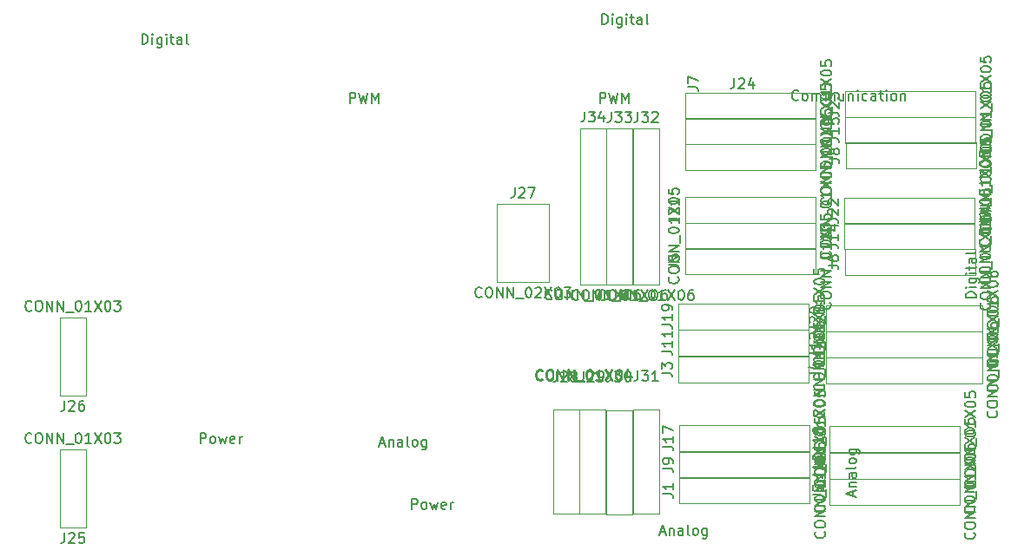
<source format=gbr>
G04 #@! TF.FileFunction,Other,Fab,Top*
%FSLAX46Y46*%
G04 Gerber Fmt 4.6, Leading zero omitted, Abs format (unit mm)*
G04 Created by KiCad (PCBNEW 4.0.6) date 06/23/17 17:57:29*
%MOMM*%
%LPD*%
G01*
G04 APERTURE LIST*
%ADD10C,0.100000*%
%ADD11C,0.150000*%
G04 APERTURE END LIST*
D10*
X164340000Y-114720000D02*
X177040000Y-114720000D01*
X177040000Y-114720000D02*
X177040000Y-112180000D01*
X177040000Y-112180000D02*
X164340000Y-112180000D01*
X164340000Y-112180000D02*
X164340000Y-114720000D01*
X178940000Y-114820000D02*
X191640000Y-114820000D01*
X191640000Y-114820000D02*
X191640000Y-112280000D01*
X191640000Y-112280000D02*
X178940000Y-112280000D01*
X178940000Y-112280000D02*
X178940000Y-114820000D01*
X164210000Y-102920000D02*
X176910000Y-102920000D01*
X176910000Y-102920000D02*
X176910000Y-100380000D01*
X176910000Y-100380000D02*
X164210000Y-100380000D01*
X164210000Y-100380000D02*
X164210000Y-102920000D01*
X178590000Y-102970000D02*
X193830000Y-102970000D01*
X193830000Y-102970000D02*
X193830000Y-100430000D01*
X193830000Y-100430000D02*
X178590000Y-100430000D01*
X178590000Y-100430000D02*
X178590000Y-102970000D01*
X164880000Y-92370000D02*
X177580000Y-92370000D01*
X177580000Y-92370000D02*
X177580000Y-89830000D01*
X177580000Y-89830000D02*
X164880000Y-89830000D01*
X164880000Y-89830000D02*
X164880000Y-92370000D01*
X180450000Y-92420000D02*
X193150000Y-92420000D01*
X193150000Y-92420000D02*
X193150000Y-89880000D01*
X193150000Y-89880000D02*
X180450000Y-89880000D01*
X180450000Y-89880000D02*
X180450000Y-92420000D01*
X164930000Y-82170000D02*
X177630000Y-82170000D01*
X177630000Y-82170000D02*
X177630000Y-79630000D01*
X177630000Y-79630000D02*
X164930000Y-79630000D01*
X164930000Y-79630000D02*
X164930000Y-82170000D01*
X180540000Y-82020000D02*
X193240000Y-82020000D01*
X193240000Y-82020000D02*
X193240000Y-79480000D01*
X193240000Y-79480000D02*
X180540000Y-79480000D01*
X180540000Y-79480000D02*
X180540000Y-82020000D01*
X164320000Y-112220000D02*
X177020000Y-112220000D01*
X177020000Y-112220000D02*
X177020000Y-109680000D01*
X177020000Y-109680000D02*
X164320000Y-109680000D01*
X164320000Y-109680000D02*
X164320000Y-112220000D01*
X178920000Y-112320000D02*
X191620000Y-112320000D01*
X191620000Y-112320000D02*
X191620000Y-109780000D01*
X191620000Y-109780000D02*
X178920000Y-109780000D01*
X178920000Y-109780000D02*
X178920000Y-112320000D01*
X164250000Y-100320000D02*
X176950000Y-100320000D01*
X176950000Y-100320000D02*
X176950000Y-97780000D01*
X176950000Y-97780000D02*
X164250000Y-97780000D01*
X164250000Y-97780000D02*
X164250000Y-100320000D01*
X178610000Y-100470000D02*
X193850000Y-100470000D01*
X193850000Y-100470000D02*
X193850000Y-97930000D01*
X193850000Y-97930000D02*
X178610000Y-97930000D01*
X178610000Y-97930000D02*
X178610000Y-100470000D01*
X177580000Y-87330000D02*
X164880000Y-87330000D01*
X164880000Y-87330000D02*
X164880000Y-89870000D01*
X164880000Y-89870000D02*
X177580000Y-89870000D01*
X177580000Y-89870000D02*
X177580000Y-87330000D01*
X180430000Y-89920000D02*
X193130000Y-89920000D01*
X193130000Y-89920000D02*
X193130000Y-87380000D01*
X193130000Y-87380000D02*
X180430000Y-87380000D01*
X180430000Y-87380000D02*
X180430000Y-89920000D01*
X180480000Y-79520000D02*
X193180000Y-79520000D01*
X193180000Y-79520000D02*
X193180000Y-76980000D01*
X193180000Y-76980000D02*
X180480000Y-76980000D01*
X180480000Y-76980000D02*
X180480000Y-79520000D01*
X164930000Y-79670000D02*
X177630000Y-79670000D01*
X177630000Y-79670000D02*
X177630000Y-77130000D01*
X177630000Y-77130000D02*
X164930000Y-77130000D01*
X164930000Y-77130000D02*
X164930000Y-79670000D01*
X164340000Y-109620000D02*
X177040000Y-109620000D01*
X177040000Y-109620000D02*
X177040000Y-107080000D01*
X177040000Y-107080000D02*
X164340000Y-107080000D01*
X164340000Y-107080000D02*
X164340000Y-109620000D01*
X178980000Y-109720000D02*
X191680000Y-109720000D01*
X191680000Y-109720000D02*
X191680000Y-107180000D01*
X191680000Y-107180000D02*
X178980000Y-107180000D01*
X178980000Y-107180000D02*
X178980000Y-109720000D01*
X164250000Y-97720000D02*
X176950000Y-97720000D01*
X176950000Y-97720000D02*
X176950000Y-95180000D01*
X176950000Y-95180000D02*
X164250000Y-95180000D01*
X164250000Y-95180000D02*
X164250000Y-97720000D01*
X178610000Y-97970000D02*
X193850000Y-97970000D01*
X193850000Y-97970000D02*
X193850000Y-95430000D01*
X193850000Y-95430000D02*
X178610000Y-95430000D01*
X178610000Y-95430000D02*
X178610000Y-97970000D01*
X164880000Y-87370000D02*
X177580000Y-87370000D01*
X177580000Y-87370000D02*
X177580000Y-84830000D01*
X177580000Y-84830000D02*
X164880000Y-84830000D01*
X164880000Y-84830000D02*
X164880000Y-87370000D01*
X180430000Y-87420000D02*
X193130000Y-87420000D01*
X193130000Y-87420000D02*
X193130000Y-84880000D01*
X193130000Y-84880000D02*
X180430000Y-84880000D01*
X180430000Y-84880000D02*
X180430000Y-87420000D01*
X180480000Y-77020000D02*
X193180000Y-77020000D01*
X193180000Y-77020000D02*
X193180000Y-74480000D01*
X193180000Y-74480000D02*
X180480000Y-74480000D01*
X180480000Y-74480000D02*
X180480000Y-77020000D01*
X164930000Y-77170000D02*
X177630000Y-77170000D01*
X177630000Y-77170000D02*
X177630000Y-74630000D01*
X177630000Y-74630000D02*
X164930000Y-74630000D01*
X164930000Y-74630000D02*
X164930000Y-77170000D01*
X106470000Y-117060000D02*
X106470000Y-109440000D01*
X106470000Y-109440000D02*
X103930000Y-109440000D01*
X103930000Y-109440000D02*
X103930000Y-117060000D01*
X103930000Y-117060000D02*
X106470000Y-117060000D01*
X106470000Y-104170000D02*
X106470000Y-96550000D01*
X106470000Y-96550000D02*
X103930000Y-96550000D01*
X103930000Y-96550000D02*
X103930000Y-104170000D01*
X103930000Y-104170000D02*
X106470000Y-104170000D01*
X146540000Y-85480000D02*
X146540000Y-93100000D01*
X146540000Y-93100000D02*
X151620000Y-93100000D01*
X151620000Y-93100000D02*
X151620000Y-85480000D01*
X151620000Y-85480000D02*
X146540000Y-85480000D01*
X152014000Y-105534000D02*
X152014000Y-115694000D01*
X152014000Y-115694000D02*
X154554000Y-115694000D01*
X154554000Y-115694000D02*
X154554000Y-105534000D01*
X154554000Y-105534000D02*
X152014000Y-105534000D01*
X154614000Y-105574000D02*
X154614000Y-115734000D01*
X154614000Y-115734000D02*
X157154000Y-115734000D01*
X157154000Y-115734000D02*
X157154000Y-105574000D01*
X157154000Y-105574000D02*
X154614000Y-105574000D01*
X157214000Y-105594000D02*
X157214000Y-115754000D01*
X157214000Y-115754000D02*
X159754000Y-115754000D01*
X159754000Y-115754000D02*
X159754000Y-105594000D01*
X159754000Y-105594000D02*
X157214000Y-105594000D01*
X159814000Y-105574000D02*
X159814000Y-115734000D01*
X159814000Y-115734000D02*
X162354000Y-115734000D01*
X162354000Y-115734000D02*
X162354000Y-105574000D01*
X162354000Y-105574000D02*
X159814000Y-105574000D01*
X159830000Y-78110000D02*
X159830000Y-93350000D01*
X159830000Y-93350000D02*
X162370000Y-93350000D01*
X162370000Y-93350000D02*
X162370000Y-78110000D01*
X162370000Y-78110000D02*
X159830000Y-78110000D01*
X157230000Y-78110000D02*
X157230000Y-93350000D01*
X157230000Y-93350000D02*
X159770000Y-93350000D01*
X159770000Y-93350000D02*
X159770000Y-78110000D01*
X159770000Y-78110000D02*
X157230000Y-78110000D01*
X154630000Y-78080000D02*
X154630000Y-93320000D01*
X154630000Y-93320000D02*
X157170000Y-93320000D01*
X157170000Y-93320000D02*
X157170000Y-78080000D01*
X157170000Y-78080000D02*
X154630000Y-78080000D01*
D11*
X193238381Y-94646476D02*
X192238381Y-94646476D01*
X192238381Y-94408381D01*
X192286000Y-94265523D01*
X192381238Y-94170285D01*
X192476476Y-94122666D01*
X192666952Y-94075047D01*
X192809810Y-94075047D01*
X193000286Y-94122666D01*
X193095524Y-94170285D01*
X193190762Y-94265523D01*
X193238381Y-94408381D01*
X193238381Y-94646476D01*
X193238381Y-93646476D02*
X192571714Y-93646476D01*
X192238381Y-93646476D02*
X192286000Y-93694095D01*
X192333619Y-93646476D01*
X192286000Y-93598857D01*
X192238381Y-93646476D01*
X192333619Y-93646476D01*
X192571714Y-92741714D02*
X193381238Y-92741714D01*
X193476476Y-92789333D01*
X193524095Y-92836952D01*
X193571714Y-92932191D01*
X193571714Y-93075048D01*
X193524095Y-93170286D01*
X193190762Y-92741714D02*
X193238381Y-92836952D01*
X193238381Y-93027429D01*
X193190762Y-93122667D01*
X193143143Y-93170286D01*
X193047905Y-93217905D01*
X192762190Y-93217905D01*
X192666952Y-93170286D01*
X192619333Y-93122667D01*
X192571714Y-93027429D01*
X192571714Y-92836952D01*
X192619333Y-92741714D01*
X193238381Y-92265524D02*
X192571714Y-92265524D01*
X192238381Y-92265524D02*
X192286000Y-92313143D01*
X192333619Y-92265524D01*
X192286000Y-92217905D01*
X192238381Y-92265524D01*
X192333619Y-92265524D01*
X192571714Y-91932191D02*
X192571714Y-91551239D01*
X192238381Y-91789334D02*
X193095524Y-91789334D01*
X193190762Y-91741715D01*
X193238381Y-91646477D01*
X193238381Y-91551239D01*
X193238381Y-90789333D02*
X192714571Y-90789333D01*
X192619333Y-90836952D01*
X192571714Y-90932190D01*
X192571714Y-91122667D01*
X192619333Y-91217905D01*
X193190762Y-90789333D02*
X193238381Y-90884571D01*
X193238381Y-91122667D01*
X193190762Y-91217905D01*
X193095524Y-91265524D01*
X193000286Y-91265524D01*
X192905048Y-91217905D01*
X192857429Y-91122667D01*
X192857429Y-90884571D01*
X192809810Y-90789333D01*
X193238381Y-90170286D02*
X193190762Y-90265524D01*
X193095524Y-90313143D01*
X192238381Y-90313143D01*
X138231809Y-115260381D02*
X138231809Y-114260381D01*
X138612762Y-114260381D01*
X138708000Y-114308000D01*
X138755619Y-114355619D01*
X138803238Y-114450857D01*
X138803238Y-114593714D01*
X138755619Y-114688952D01*
X138708000Y-114736571D01*
X138612762Y-114784190D01*
X138231809Y-114784190D01*
X139374666Y-115260381D02*
X139279428Y-115212762D01*
X139231809Y-115165143D01*
X139184190Y-115069905D01*
X139184190Y-114784190D01*
X139231809Y-114688952D01*
X139279428Y-114641333D01*
X139374666Y-114593714D01*
X139517524Y-114593714D01*
X139612762Y-114641333D01*
X139660381Y-114688952D01*
X139708000Y-114784190D01*
X139708000Y-115069905D01*
X139660381Y-115165143D01*
X139612762Y-115212762D01*
X139517524Y-115260381D01*
X139374666Y-115260381D01*
X140041333Y-114593714D02*
X140231809Y-115260381D01*
X140422286Y-114784190D01*
X140612762Y-115260381D01*
X140803238Y-114593714D01*
X141565143Y-115212762D02*
X141469905Y-115260381D01*
X141279428Y-115260381D01*
X141184190Y-115212762D01*
X141136571Y-115117524D01*
X141136571Y-114736571D01*
X141184190Y-114641333D01*
X141279428Y-114593714D01*
X141469905Y-114593714D01*
X141565143Y-114641333D01*
X141612762Y-114736571D01*
X141612762Y-114831810D01*
X141136571Y-114927048D01*
X142041333Y-115260381D02*
X142041333Y-114593714D01*
X142041333Y-114784190D02*
X142088952Y-114688952D01*
X142136571Y-114641333D01*
X142231809Y-114593714D01*
X142327048Y-114593714D01*
X162440476Y-117516667D02*
X162916667Y-117516667D01*
X162345238Y-117802381D02*
X162678571Y-116802381D01*
X163011905Y-117802381D01*
X163345238Y-117135714D02*
X163345238Y-117802381D01*
X163345238Y-117230952D02*
X163392857Y-117183333D01*
X163488095Y-117135714D01*
X163630953Y-117135714D01*
X163726191Y-117183333D01*
X163773810Y-117278571D01*
X163773810Y-117802381D01*
X164678572Y-117802381D02*
X164678572Y-117278571D01*
X164630953Y-117183333D01*
X164535715Y-117135714D01*
X164345238Y-117135714D01*
X164250000Y-117183333D01*
X164678572Y-117754762D02*
X164583334Y-117802381D01*
X164345238Y-117802381D01*
X164250000Y-117754762D01*
X164202381Y-117659524D01*
X164202381Y-117564286D01*
X164250000Y-117469048D01*
X164345238Y-117421429D01*
X164583334Y-117421429D01*
X164678572Y-117373810D01*
X165297619Y-117802381D02*
X165202381Y-117754762D01*
X165154762Y-117659524D01*
X165154762Y-116802381D01*
X165821429Y-117802381D02*
X165726191Y-117754762D01*
X165678572Y-117707143D01*
X165630953Y-117611905D01*
X165630953Y-117326190D01*
X165678572Y-117230952D01*
X165726191Y-117183333D01*
X165821429Y-117135714D01*
X165964287Y-117135714D01*
X166059525Y-117183333D01*
X166107144Y-117230952D01*
X166154763Y-117326190D01*
X166154763Y-117611905D01*
X166107144Y-117707143D01*
X166059525Y-117754762D01*
X165964287Y-117802381D01*
X165821429Y-117802381D01*
X167011906Y-117135714D02*
X167011906Y-117945238D01*
X166964287Y-118040476D01*
X166916668Y-118088095D01*
X166821429Y-118135714D01*
X166678572Y-118135714D01*
X166583334Y-118088095D01*
X167011906Y-117754762D02*
X166916668Y-117802381D01*
X166726191Y-117802381D01*
X166630953Y-117754762D01*
X166583334Y-117707143D01*
X166535715Y-117611905D01*
X166535715Y-117326190D01*
X166583334Y-117230952D01*
X166630953Y-117183333D01*
X166726191Y-117135714D01*
X166916668Y-117135714D01*
X167011906Y-117183333D01*
X181266667Y-114009524D02*
X181266667Y-113533333D01*
X181552381Y-114104762D02*
X180552381Y-113771429D01*
X181552381Y-113438095D01*
X180885714Y-113104762D02*
X181552381Y-113104762D01*
X180980952Y-113104762D02*
X180933333Y-113057143D01*
X180885714Y-112961905D01*
X180885714Y-112819047D01*
X180933333Y-112723809D01*
X181028571Y-112676190D01*
X181552381Y-112676190D01*
X181552381Y-111771428D02*
X181028571Y-111771428D01*
X180933333Y-111819047D01*
X180885714Y-111914285D01*
X180885714Y-112104762D01*
X180933333Y-112200000D01*
X181504762Y-111771428D02*
X181552381Y-111866666D01*
X181552381Y-112104762D01*
X181504762Y-112200000D01*
X181409524Y-112247619D01*
X181314286Y-112247619D01*
X181219048Y-112200000D01*
X181171429Y-112104762D01*
X181171429Y-111866666D01*
X181123810Y-111771428D01*
X181552381Y-111152381D02*
X181504762Y-111247619D01*
X181409524Y-111295238D01*
X180552381Y-111295238D01*
X181552381Y-110628571D02*
X181504762Y-110723809D01*
X181457143Y-110771428D01*
X181361905Y-110819047D01*
X181076190Y-110819047D01*
X180980952Y-110771428D01*
X180933333Y-110723809D01*
X180885714Y-110628571D01*
X180885714Y-110485713D01*
X180933333Y-110390475D01*
X180980952Y-110342856D01*
X181076190Y-110295237D01*
X181361905Y-110295237D01*
X181457143Y-110342856D01*
X181504762Y-110390475D01*
X181552381Y-110485713D01*
X181552381Y-110628571D01*
X180885714Y-109438094D02*
X181695238Y-109438094D01*
X181790476Y-109485713D01*
X181838095Y-109533332D01*
X181885714Y-109628571D01*
X181885714Y-109771428D01*
X181838095Y-109866666D01*
X181504762Y-109438094D02*
X181552381Y-109533332D01*
X181552381Y-109723809D01*
X181504762Y-109819047D01*
X181457143Y-109866666D01*
X181361905Y-109914285D01*
X181076190Y-109914285D01*
X180980952Y-109866666D01*
X180933333Y-109819047D01*
X180885714Y-109723809D01*
X180885714Y-109533332D01*
X180933333Y-109438094D01*
X132199238Y-75636381D02*
X132199238Y-74636381D01*
X132580191Y-74636381D01*
X132675429Y-74684000D01*
X132723048Y-74731619D01*
X132770667Y-74826857D01*
X132770667Y-74969714D01*
X132723048Y-75064952D01*
X132675429Y-75112571D01*
X132580191Y-75160190D01*
X132199238Y-75160190D01*
X133104000Y-74636381D02*
X133342095Y-75636381D01*
X133532572Y-74922095D01*
X133723048Y-75636381D01*
X133961143Y-74636381D01*
X134342095Y-75636381D02*
X134342095Y-74636381D01*
X134675429Y-75350667D01*
X135008762Y-74636381D01*
X135008762Y-75636381D01*
X156583238Y-75636381D02*
X156583238Y-74636381D01*
X156964191Y-74636381D01*
X157059429Y-74684000D01*
X157107048Y-74731619D01*
X157154667Y-74826857D01*
X157154667Y-74969714D01*
X157107048Y-75064952D01*
X157059429Y-75112571D01*
X156964191Y-75160190D01*
X156583238Y-75160190D01*
X157488000Y-74636381D02*
X157726095Y-75636381D01*
X157916572Y-74922095D01*
X158107048Y-75636381D01*
X158345143Y-74636381D01*
X158726095Y-75636381D02*
X158726095Y-74636381D01*
X159059429Y-75350667D01*
X159392762Y-74636381D01*
X159392762Y-75636381D01*
X175919429Y-75287143D02*
X175871810Y-75334762D01*
X175728953Y-75382381D01*
X175633715Y-75382381D01*
X175490857Y-75334762D01*
X175395619Y-75239524D01*
X175348000Y-75144286D01*
X175300381Y-74953810D01*
X175300381Y-74810952D01*
X175348000Y-74620476D01*
X175395619Y-74525238D01*
X175490857Y-74430000D01*
X175633715Y-74382381D01*
X175728953Y-74382381D01*
X175871810Y-74430000D01*
X175919429Y-74477619D01*
X176490857Y-75382381D02*
X176395619Y-75334762D01*
X176348000Y-75287143D01*
X176300381Y-75191905D01*
X176300381Y-74906190D01*
X176348000Y-74810952D01*
X176395619Y-74763333D01*
X176490857Y-74715714D01*
X176633715Y-74715714D01*
X176728953Y-74763333D01*
X176776572Y-74810952D01*
X176824191Y-74906190D01*
X176824191Y-75191905D01*
X176776572Y-75287143D01*
X176728953Y-75334762D01*
X176633715Y-75382381D01*
X176490857Y-75382381D01*
X177252762Y-75382381D02*
X177252762Y-74715714D01*
X177252762Y-74810952D02*
X177300381Y-74763333D01*
X177395619Y-74715714D01*
X177538477Y-74715714D01*
X177633715Y-74763333D01*
X177681334Y-74858571D01*
X177681334Y-75382381D01*
X177681334Y-74858571D02*
X177728953Y-74763333D01*
X177824191Y-74715714D01*
X177967048Y-74715714D01*
X178062286Y-74763333D01*
X178109905Y-74858571D01*
X178109905Y-75382381D01*
X178586095Y-75382381D02*
X178586095Y-74715714D01*
X178586095Y-74810952D02*
X178633714Y-74763333D01*
X178728952Y-74715714D01*
X178871810Y-74715714D01*
X178967048Y-74763333D01*
X179014667Y-74858571D01*
X179014667Y-75382381D01*
X179014667Y-74858571D02*
X179062286Y-74763333D01*
X179157524Y-74715714D01*
X179300381Y-74715714D01*
X179395619Y-74763333D01*
X179443238Y-74858571D01*
X179443238Y-75382381D01*
X180348000Y-74715714D02*
X180348000Y-75382381D01*
X179919428Y-74715714D02*
X179919428Y-75239524D01*
X179967047Y-75334762D01*
X180062285Y-75382381D01*
X180205143Y-75382381D01*
X180300381Y-75334762D01*
X180348000Y-75287143D01*
X180824190Y-74715714D02*
X180824190Y-75382381D01*
X180824190Y-74810952D02*
X180871809Y-74763333D01*
X180967047Y-74715714D01*
X181109905Y-74715714D01*
X181205143Y-74763333D01*
X181252762Y-74858571D01*
X181252762Y-75382381D01*
X181728952Y-75382381D02*
X181728952Y-74715714D01*
X181728952Y-74382381D02*
X181681333Y-74430000D01*
X181728952Y-74477619D01*
X181776571Y-74430000D01*
X181728952Y-74382381D01*
X181728952Y-74477619D01*
X182633714Y-75334762D02*
X182538476Y-75382381D01*
X182347999Y-75382381D01*
X182252761Y-75334762D01*
X182205142Y-75287143D01*
X182157523Y-75191905D01*
X182157523Y-74906190D01*
X182205142Y-74810952D01*
X182252761Y-74763333D01*
X182347999Y-74715714D01*
X182538476Y-74715714D01*
X182633714Y-74763333D01*
X183490857Y-75382381D02*
X183490857Y-74858571D01*
X183443238Y-74763333D01*
X183348000Y-74715714D01*
X183157523Y-74715714D01*
X183062285Y-74763333D01*
X183490857Y-75334762D02*
X183395619Y-75382381D01*
X183157523Y-75382381D01*
X183062285Y-75334762D01*
X183014666Y-75239524D01*
X183014666Y-75144286D01*
X183062285Y-75049048D01*
X183157523Y-75001429D01*
X183395619Y-75001429D01*
X183490857Y-74953810D01*
X183824190Y-74715714D02*
X184205142Y-74715714D01*
X183967047Y-74382381D02*
X183967047Y-75239524D01*
X184014666Y-75334762D01*
X184109904Y-75382381D01*
X184205142Y-75382381D01*
X184538476Y-75382381D02*
X184538476Y-74715714D01*
X184538476Y-74382381D02*
X184490857Y-74430000D01*
X184538476Y-74477619D01*
X184586095Y-74430000D01*
X184538476Y-74382381D01*
X184538476Y-74477619D01*
X185157523Y-75382381D02*
X185062285Y-75334762D01*
X185014666Y-75287143D01*
X184967047Y-75191905D01*
X184967047Y-74906190D01*
X185014666Y-74810952D01*
X185062285Y-74763333D01*
X185157523Y-74715714D01*
X185300381Y-74715714D01*
X185395619Y-74763333D01*
X185443238Y-74810952D01*
X185490857Y-74906190D01*
X185490857Y-75191905D01*
X185443238Y-75287143D01*
X185395619Y-75334762D01*
X185300381Y-75382381D01*
X185157523Y-75382381D01*
X185919428Y-74715714D02*
X185919428Y-75382381D01*
X185919428Y-74810952D02*
X185967047Y-74763333D01*
X186062285Y-74715714D01*
X186205143Y-74715714D01*
X186300381Y-74763333D01*
X186348000Y-74858571D01*
X186348000Y-75382381D01*
X117623809Y-108852381D02*
X117623809Y-107852381D01*
X118004762Y-107852381D01*
X118100000Y-107900000D01*
X118147619Y-107947619D01*
X118195238Y-108042857D01*
X118195238Y-108185714D01*
X118147619Y-108280952D01*
X118100000Y-108328571D01*
X118004762Y-108376190D01*
X117623809Y-108376190D01*
X118766666Y-108852381D02*
X118671428Y-108804762D01*
X118623809Y-108757143D01*
X118576190Y-108661905D01*
X118576190Y-108376190D01*
X118623809Y-108280952D01*
X118671428Y-108233333D01*
X118766666Y-108185714D01*
X118909524Y-108185714D01*
X119004762Y-108233333D01*
X119052381Y-108280952D01*
X119100000Y-108376190D01*
X119100000Y-108661905D01*
X119052381Y-108757143D01*
X119004762Y-108804762D01*
X118909524Y-108852381D01*
X118766666Y-108852381D01*
X119433333Y-108185714D02*
X119623809Y-108852381D01*
X119814286Y-108376190D01*
X120004762Y-108852381D01*
X120195238Y-108185714D01*
X120957143Y-108804762D02*
X120861905Y-108852381D01*
X120671428Y-108852381D01*
X120576190Y-108804762D01*
X120528571Y-108709524D01*
X120528571Y-108328571D01*
X120576190Y-108233333D01*
X120671428Y-108185714D01*
X120861905Y-108185714D01*
X120957143Y-108233333D01*
X121004762Y-108328571D01*
X121004762Y-108423810D01*
X120528571Y-108519048D01*
X121433333Y-108852381D02*
X121433333Y-108185714D01*
X121433333Y-108376190D02*
X121480952Y-108280952D01*
X121528571Y-108233333D01*
X121623809Y-108185714D01*
X121719048Y-108185714D01*
X135090476Y-108866667D02*
X135566667Y-108866667D01*
X134995238Y-109152381D02*
X135328571Y-108152381D01*
X135661905Y-109152381D01*
X135995238Y-108485714D02*
X135995238Y-109152381D01*
X135995238Y-108580952D02*
X136042857Y-108533333D01*
X136138095Y-108485714D01*
X136280953Y-108485714D01*
X136376191Y-108533333D01*
X136423810Y-108628571D01*
X136423810Y-109152381D01*
X137328572Y-109152381D02*
X137328572Y-108628571D01*
X137280953Y-108533333D01*
X137185715Y-108485714D01*
X136995238Y-108485714D01*
X136900000Y-108533333D01*
X137328572Y-109104762D02*
X137233334Y-109152381D01*
X136995238Y-109152381D01*
X136900000Y-109104762D01*
X136852381Y-109009524D01*
X136852381Y-108914286D01*
X136900000Y-108819048D01*
X136995238Y-108771429D01*
X137233334Y-108771429D01*
X137328572Y-108723810D01*
X137947619Y-109152381D02*
X137852381Y-109104762D01*
X137804762Y-109009524D01*
X137804762Y-108152381D01*
X138471429Y-109152381D02*
X138376191Y-109104762D01*
X138328572Y-109057143D01*
X138280953Y-108961905D01*
X138280953Y-108676190D01*
X138328572Y-108580952D01*
X138376191Y-108533333D01*
X138471429Y-108485714D01*
X138614287Y-108485714D01*
X138709525Y-108533333D01*
X138757144Y-108580952D01*
X138804763Y-108676190D01*
X138804763Y-108961905D01*
X138757144Y-109057143D01*
X138709525Y-109104762D01*
X138614287Y-109152381D01*
X138471429Y-109152381D01*
X139661906Y-108485714D02*
X139661906Y-109295238D01*
X139614287Y-109390476D01*
X139566668Y-109438095D01*
X139471429Y-109485714D01*
X139328572Y-109485714D01*
X139233334Y-109438095D01*
X139661906Y-109104762D02*
X139566668Y-109152381D01*
X139376191Y-109152381D01*
X139280953Y-109104762D01*
X139233334Y-109057143D01*
X139185715Y-108961905D01*
X139185715Y-108676190D01*
X139233334Y-108580952D01*
X139280953Y-108533333D01*
X139376191Y-108485714D01*
X139566668Y-108485714D01*
X139661906Y-108533333D01*
X111959524Y-69902381D02*
X111959524Y-68902381D01*
X112197619Y-68902381D01*
X112340477Y-68950000D01*
X112435715Y-69045238D01*
X112483334Y-69140476D01*
X112530953Y-69330952D01*
X112530953Y-69473810D01*
X112483334Y-69664286D01*
X112435715Y-69759524D01*
X112340477Y-69854762D01*
X112197619Y-69902381D01*
X111959524Y-69902381D01*
X112959524Y-69902381D02*
X112959524Y-69235714D01*
X112959524Y-68902381D02*
X112911905Y-68950000D01*
X112959524Y-68997619D01*
X113007143Y-68950000D01*
X112959524Y-68902381D01*
X112959524Y-68997619D01*
X113864286Y-69235714D02*
X113864286Y-70045238D01*
X113816667Y-70140476D01*
X113769048Y-70188095D01*
X113673809Y-70235714D01*
X113530952Y-70235714D01*
X113435714Y-70188095D01*
X113864286Y-69854762D02*
X113769048Y-69902381D01*
X113578571Y-69902381D01*
X113483333Y-69854762D01*
X113435714Y-69807143D01*
X113388095Y-69711905D01*
X113388095Y-69426190D01*
X113435714Y-69330952D01*
X113483333Y-69283333D01*
X113578571Y-69235714D01*
X113769048Y-69235714D01*
X113864286Y-69283333D01*
X114340476Y-69902381D02*
X114340476Y-69235714D01*
X114340476Y-68902381D02*
X114292857Y-68950000D01*
X114340476Y-68997619D01*
X114388095Y-68950000D01*
X114340476Y-68902381D01*
X114340476Y-68997619D01*
X114673809Y-69235714D02*
X115054761Y-69235714D01*
X114816666Y-68902381D02*
X114816666Y-69759524D01*
X114864285Y-69854762D01*
X114959523Y-69902381D01*
X115054761Y-69902381D01*
X115816667Y-69902381D02*
X115816667Y-69378571D01*
X115769048Y-69283333D01*
X115673810Y-69235714D01*
X115483333Y-69235714D01*
X115388095Y-69283333D01*
X115816667Y-69854762D02*
X115721429Y-69902381D01*
X115483333Y-69902381D01*
X115388095Y-69854762D01*
X115340476Y-69759524D01*
X115340476Y-69664286D01*
X115388095Y-69569048D01*
X115483333Y-69521429D01*
X115721429Y-69521429D01*
X115816667Y-69473810D01*
X116435714Y-69902381D02*
X116340476Y-69854762D01*
X116292857Y-69759524D01*
X116292857Y-68902381D01*
X156809524Y-67952381D02*
X156809524Y-66952381D01*
X157047619Y-66952381D01*
X157190477Y-67000000D01*
X157285715Y-67095238D01*
X157333334Y-67190476D01*
X157380953Y-67380952D01*
X157380953Y-67523810D01*
X157333334Y-67714286D01*
X157285715Y-67809524D01*
X157190477Y-67904762D01*
X157047619Y-67952381D01*
X156809524Y-67952381D01*
X157809524Y-67952381D02*
X157809524Y-67285714D01*
X157809524Y-66952381D02*
X157761905Y-67000000D01*
X157809524Y-67047619D01*
X157857143Y-67000000D01*
X157809524Y-66952381D01*
X157809524Y-67047619D01*
X158714286Y-67285714D02*
X158714286Y-68095238D01*
X158666667Y-68190476D01*
X158619048Y-68238095D01*
X158523809Y-68285714D01*
X158380952Y-68285714D01*
X158285714Y-68238095D01*
X158714286Y-67904762D02*
X158619048Y-67952381D01*
X158428571Y-67952381D01*
X158333333Y-67904762D01*
X158285714Y-67857143D01*
X158238095Y-67761905D01*
X158238095Y-67476190D01*
X158285714Y-67380952D01*
X158333333Y-67333333D01*
X158428571Y-67285714D01*
X158619048Y-67285714D01*
X158714286Y-67333333D01*
X159190476Y-67952381D02*
X159190476Y-67285714D01*
X159190476Y-66952381D02*
X159142857Y-67000000D01*
X159190476Y-67047619D01*
X159238095Y-67000000D01*
X159190476Y-66952381D01*
X159190476Y-67047619D01*
X159523809Y-67285714D02*
X159904761Y-67285714D01*
X159666666Y-66952381D02*
X159666666Y-67809524D01*
X159714285Y-67904762D01*
X159809523Y-67952381D01*
X159904761Y-67952381D01*
X160666667Y-67952381D02*
X160666667Y-67428571D01*
X160619048Y-67333333D01*
X160523810Y-67285714D01*
X160333333Y-67285714D01*
X160238095Y-67333333D01*
X160666667Y-67904762D02*
X160571429Y-67952381D01*
X160333333Y-67952381D01*
X160238095Y-67904762D01*
X160190476Y-67809524D01*
X160190476Y-67714286D01*
X160238095Y-67619048D01*
X160333333Y-67571429D01*
X160571429Y-67571429D01*
X160666667Y-67523810D01*
X161285714Y-67952381D02*
X161190476Y-67904762D01*
X161142857Y-67809524D01*
X161142857Y-66952381D01*
X178457143Y-117473809D02*
X178504762Y-117521428D01*
X178552381Y-117664285D01*
X178552381Y-117759523D01*
X178504762Y-117902381D01*
X178409524Y-117997619D01*
X178314286Y-118045238D01*
X178123810Y-118092857D01*
X177980952Y-118092857D01*
X177790476Y-118045238D01*
X177695238Y-117997619D01*
X177600000Y-117902381D01*
X177552381Y-117759523D01*
X177552381Y-117664285D01*
X177600000Y-117521428D01*
X177647619Y-117473809D01*
X177552381Y-116854762D02*
X177552381Y-116664285D01*
X177600000Y-116569047D01*
X177695238Y-116473809D01*
X177885714Y-116426190D01*
X178219048Y-116426190D01*
X178409524Y-116473809D01*
X178504762Y-116569047D01*
X178552381Y-116664285D01*
X178552381Y-116854762D01*
X178504762Y-116950000D01*
X178409524Y-117045238D01*
X178219048Y-117092857D01*
X177885714Y-117092857D01*
X177695238Y-117045238D01*
X177600000Y-116950000D01*
X177552381Y-116854762D01*
X178552381Y-115997619D02*
X177552381Y-115997619D01*
X178552381Y-115426190D01*
X177552381Y-115426190D01*
X178552381Y-114950000D02*
X177552381Y-114950000D01*
X178552381Y-114378571D01*
X177552381Y-114378571D01*
X178647619Y-114140476D02*
X178647619Y-113378571D01*
X177552381Y-112950000D02*
X177552381Y-112854761D01*
X177600000Y-112759523D01*
X177647619Y-112711904D01*
X177742857Y-112664285D01*
X177933333Y-112616666D01*
X178171429Y-112616666D01*
X178361905Y-112664285D01*
X178457143Y-112711904D01*
X178504762Y-112759523D01*
X178552381Y-112854761D01*
X178552381Y-112950000D01*
X178504762Y-113045238D01*
X178457143Y-113092857D01*
X178361905Y-113140476D01*
X178171429Y-113188095D01*
X177933333Y-113188095D01*
X177742857Y-113140476D01*
X177647619Y-113092857D01*
X177600000Y-113045238D01*
X177552381Y-112950000D01*
X178552381Y-111664285D02*
X178552381Y-112235714D01*
X178552381Y-111950000D02*
X177552381Y-111950000D01*
X177695238Y-112045238D01*
X177790476Y-112140476D01*
X177838095Y-112235714D01*
X177552381Y-111330952D02*
X178552381Y-110664285D01*
X177552381Y-110664285D02*
X178552381Y-111330952D01*
X177552381Y-110092857D02*
X177552381Y-109997618D01*
X177600000Y-109902380D01*
X177647619Y-109854761D01*
X177742857Y-109807142D01*
X177933333Y-109759523D01*
X178171429Y-109759523D01*
X178361905Y-109807142D01*
X178457143Y-109854761D01*
X178504762Y-109902380D01*
X178552381Y-109997618D01*
X178552381Y-110092857D01*
X178504762Y-110188095D01*
X178457143Y-110235714D01*
X178361905Y-110283333D01*
X178171429Y-110330952D01*
X177933333Y-110330952D01*
X177742857Y-110283333D01*
X177647619Y-110235714D01*
X177600000Y-110188095D01*
X177552381Y-110092857D01*
X177552381Y-108854761D02*
X177552381Y-109330952D01*
X178028571Y-109378571D01*
X177980952Y-109330952D01*
X177933333Y-109235714D01*
X177933333Y-108997618D01*
X177980952Y-108902380D01*
X178028571Y-108854761D01*
X178123810Y-108807142D01*
X178361905Y-108807142D01*
X178457143Y-108854761D01*
X178504762Y-108902380D01*
X178552381Y-108997618D01*
X178552381Y-109235714D01*
X178504762Y-109330952D01*
X178457143Y-109378571D01*
X162732381Y-113783333D02*
X163446667Y-113783333D01*
X163589524Y-113830953D01*
X163684762Y-113926191D01*
X163732381Y-114069048D01*
X163732381Y-114164286D01*
X163732381Y-112783333D02*
X163732381Y-113354762D01*
X163732381Y-113069048D02*
X162732381Y-113069048D01*
X162875238Y-113164286D01*
X162970476Y-113259524D01*
X163018095Y-113354762D01*
X193057143Y-117573809D02*
X193104762Y-117621428D01*
X193152381Y-117764285D01*
X193152381Y-117859523D01*
X193104762Y-118002381D01*
X193009524Y-118097619D01*
X192914286Y-118145238D01*
X192723810Y-118192857D01*
X192580952Y-118192857D01*
X192390476Y-118145238D01*
X192295238Y-118097619D01*
X192200000Y-118002381D01*
X192152381Y-117859523D01*
X192152381Y-117764285D01*
X192200000Y-117621428D01*
X192247619Y-117573809D01*
X192152381Y-116954762D02*
X192152381Y-116764285D01*
X192200000Y-116669047D01*
X192295238Y-116573809D01*
X192485714Y-116526190D01*
X192819048Y-116526190D01*
X193009524Y-116573809D01*
X193104762Y-116669047D01*
X193152381Y-116764285D01*
X193152381Y-116954762D01*
X193104762Y-117050000D01*
X193009524Y-117145238D01*
X192819048Y-117192857D01*
X192485714Y-117192857D01*
X192295238Y-117145238D01*
X192200000Y-117050000D01*
X192152381Y-116954762D01*
X193152381Y-116097619D02*
X192152381Y-116097619D01*
X193152381Y-115526190D01*
X192152381Y-115526190D01*
X193152381Y-115050000D02*
X192152381Y-115050000D01*
X193152381Y-114478571D01*
X192152381Y-114478571D01*
X193247619Y-114240476D02*
X193247619Y-113478571D01*
X192152381Y-113050000D02*
X192152381Y-112954761D01*
X192200000Y-112859523D01*
X192247619Y-112811904D01*
X192342857Y-112764285D01*
X192533333Y-112716666D01*
X192771429Y-112716666D01*
X192961905Y-112764285D01*
X193057143Y-112811904D01*
X193104762Y-112859523D01*
X193152381Y-112954761D01*
X193152381Y-113050000D01*
X193104762Y-113145238D01*
X193057143Y-113192857D01*
X192961905Y-113240476D01*
X192771429Y-113288095D01*
X192533333Y-113288095D01*
X192342857Y-113240476D01*
X192247619Y-113192857D01*
X192200000Y-113145238D01*
X192152381Y-113050000D01*
X193152381Y-111764285D02*
X193152381Y-112335714D01*
X193152381Y-112050000D02*
X192152381Y-112050000D01*
X192295238Y-112145238D01*
X192390476Y-112240476D01*
X192438095Y-112335714D01*
X192152381Y-111430952D02*
X193152381Y-110764285D01*
X192152381Y-110764285D02*
X193152381Y-111430952D01*
X192152381Y-110192857D02*
X192152381Y-110097618D01*
X192200000Y-110002380D01*
X192247619Y-109954761D01*
X192342857Y-109907142D01*
X192533333Y-109859523D01*
X192771429Y-109859523D01*
X192961905Y-109907142D01*
X193057143Y-109954761D01*
X193104762Y-110002380D01*
X193152381Y-110097618D01*
X193152381Y-110192857D01*
X193104762Y-110288095D01*
X193057143Y-110335714D01*
X192961905Y-110383333D01*
X192771429Y-110430952D01*
X192533333Y-110430952D01*
X192342857Y-110383333D01*
X192247619Y-110335714D01*
X192200000Y-110288095D01*
X192152381Y-110192857D01*
X192152381Y-108954761D02*
X192152381Y-109430952D01*
X192628571Y-109478571D01*
X192580952Y-109430952D01*
X192533333Y-109335714D01*
X192533333Y-109097618D01*
X192580952Y-109002380D01*
X192628571Y-108954761D01*
X192723810Y-108907142D01*
X192961905Y-108907142D01*
X193057143Y-108954761D01*
X193104762Y-109002380D01*
X193152381Y-109097618D01*
X193152381Y-109335714D01*
X193104762Y-109430952D01*
X193057143Y-109478571D01*
X177332381Y-113883333D02*
X178046667Y-113883333D01*
X178189524Y-113930953D01*
X178284762Y-114026191D01*
X178332381Y-114169048D01*
X178332381Y-114264286D01*
X177427619Y-113454762D02*
X177380000Y-113407143D01*
X177332381Y-113311905D01*
X177332381Y-113073809D01*
X177380000Y-112978571D01*
X177427619Y-112930952D01*
X177522857Y-112883333D01*
X177618095Y-112883333D01*
X177760952Y-112930952D01*
X178332381Y-113502381D01*
X178332381Y-112883333D01*
X178327143Y-105673809D02*
X178374762Y-105721428D01*
X178422381Y-105864285D01*
X178422381Y-105959523D01*
X178374762Y-106102381D01*
X178279524Y-106197619D01*
X178184286Y-106245238D01*
X177993810Y-106292857D01*
X177850952Y-106292857D01*
X177660476Y-106245238D01*
X177565238Y-106197619D01*
X177470000Y-106102381D01*
X177422381Y-105959523D01*
X177422381Y-105864285D01*
X177470000Y-105721428D01*
X177517619Y-105673809D01*
X177422381Y-105054762D02*
X177422381Y-104864285D01*
X177470000Y-104769047D01*
X177565238Y-104673809D01*
X177755714Y-104626190D01*
X178089048Y-104626190D01*
X178279524Y-104673809D01*
X178374762Y-104769047D01*
X178422381Y-104864285D01*
X178422381Y-105054762D01*
X178374762Y-105150000D01*
X178279524Y-105245238D01*
X178089048Y-105292857D01*
X177755714Y-105292857D01*
X177565238Y-105245238D01*
X177470000Y-105150000D01*
X177422381Y-105054762D01*
X178422381Y-104197619D02*
X177422381Y-104197619D01*
X178422381Y-103626190D01*
X177422381Y-103626190D01*
X178422381Y-103150000D02*
X177422381Y-103150000D01*
X178422381Y-102578571D01*
X177422381Y-102578571D01*
X178517619Y-102340476D02*
X178517619Y-101578571D01*
X177422381Y-101150000D02*
X177422381Y-101054761D01*
X177470000Y-100959523D01*
X177517619Y-100911904D01*
X177612857Y-100864285D01*
X177803333Y-100816666D01*
X178041429Y-100816666D01*
X178231905Y-100864285D01*
X178327143Y-100911904D01*
X178374762Y-100959523D01*
X178422381Y-101054761D01*
X178422381Y-101150000D01*
X178374762Y-101245238D01*
X178327143Y-101292857D01*
X178231905Y-101340476D01*
X178041429Y-101388095D01*
X177803333Y-101388095D01*
X177612857Y-101340476D01*
X177517619Y-101292857D01*
X177470000Y-101245238D01*
X177422381Y-101150000D01*
X178422381Y-99864285D02*
X178422381Y-100435714D01*
X178422381Y-100150000D02*
X177422381Y-100150000D01*
X177565238Y-100245238D01*
X177660476Y-100340476D01*
X177708095Y-100435714D01*
X177422381Y-99530952D02*
X178422381Y-98864285D01*
X177422381Y-98864285D02*
X178422381Y-99530952D01*
X177422381Y-98292857D02*
X177422381Y-98197618D01*
X177470000Y-98102380D01*
X177517619Y-98054761D01*
X177612857Y-98007142D01*
X177803333Y-97959523D01*
X178041429Y-97959523D01*
X178231905Y-98007142D01*
X178327143Y-98054761D01*
X178374762Y-98102380D01*
X178422381Y-98197618D01*
X178422381Y-98292857D01*
X178374762Y-98388095D01*
X178327143Y-98435714D01*
X178231905Y-98483333D01*
X178041429Y-98530952D01*
X177803333Y-98530952D01*
X177612857Y-98483333D01*
X177517619Y-98435714D01*
X177470000Y-98388095D01*
X177422381Y-98292857D01*
X177422381Y-97054761D02*
X177422381Y-97530952D01*
X177898571Y-97578571D01*
X177850952Y-97530952D01*
X177803333Y-97435714D01*
X177803333Y-97197618D01*
X177850952Y-97102380D01*
X177898571Y-97054761D01*
X177993810Y-97007142D01*
X178231905Y-97007142D01*
X178327143Y-97054761D01*
X178374762Y-97102380D01*
X178422381Y-97197618D01*
X178422381Y-97435714D01*
X178374762Y-97530952D01*
X178327143Y-97578571D01*
X162602381Y-101983333D02*
X163316667Y-101983333D01*
X163459524Y-102030953D01*
X163554762Y-102126191D01*
X163602381Y-102269048D01*
X163602381Y-102364286D01*
X162602381Y-101602381D02*
X162602381Y-100983333D01*
X162983333Y-101316667D01*
X162983333Y-101173809D01*
X163030952Y-101078571D01*
X163078571Y-101030952D01*
X163173810Y-100983333D01*
X163411905Y-100983333D01*
X163507143Y-101030952D01*
X163554762Y-101078571D01*
X163602381Y-101173809D01*
X163602381Y-101459524D01*
X163554762Y-101554762D01*
X163507143Y-101602381D01*
X195247143Y-105723809D02*
X195294762Y-105771428D01*
X195342381Y-105914285D01*
X195342381Y-106009523D01*
X195294762Y-106152381D01*
X195199524Y-106247619D01*
X195104286Y-106295238D01*
X194913810Y-106342857D01*
X194770952Y-106342857D01*
X194580476Y-106295238D01*
X194485238Y-106247619D01*
X194390000Y-106152381D01*
X194342381Y-106009523D01*
X194342381Y-105914285D01*
X194390000Y-105771428D01*
X194437619Y-105723809D01*
X194342381Y-105104762D02*
X194342381Y-104914285D01*
X194390000Y-104819047D01*
X194485238Y-104723809D01*
X194675714Y-104676190D01*
X195009048Y-104676190D01*
X195199524Y-104723809D01*
X195294762Y-104819047D01*
X195342381Y-104914285D01*
X195342381Y-105104762D01*
X195294762Y-105200000D01*
X195199524Y-105295238D01*
X195009048Y-105342857D01*
X194675714Y-105342857D01*
X194485238Y-105295238D01*
X194390000Y-105200000D01*
X194342381Y-105104762D01*
X195342381Y-104247619D02*
X194342381Y-104247619D01*
X195342381Y-103676190D01*
X194342381Y-103676190D01*
X195342381Y-103200000D02*
X194342381Y-103200000D01*
X195342381Y-102628571D01*
X194342381Y-102628571D01*
X195437619Y-102390476D02*
X195437619Y-101628571D01*
X194342381Y-101200000D02*
X194342381Y-101104761D01*
X194390000Y-101009523D01*
X194437619Y-100961904D01*
X194532857Y-100914285D01*
X194723333Y-100866666D01*
X194961429Y-100866666D01*
X195151905Y-100914285D01*
X195247143Y-100961904D01*
X195294762Y-101009523D01*
X195342381Y-101104761D01*
X195342381Y-101200000D01*
X195294762Y-101295238D01*
X195247143Y-101342857D01*
X195151905Y-101390476D01*
X194961429Y-101438095D01*
X194723333Y-101438095D01*
X194532857Y-101390476D01*
X194437619Y-101342857D01*
X194390000Y-101295238D01*
X194342381Y-101200000D01*
X195342381Y-99914285D02*
X195342381Y-100485714D01*
X195342381Y-100200000D02*
X194342381Y-100200000D01*
X194485238Y-100295238D01*
X194580476Y-100390476D01*
X194628095Y-100485714D01*
X194342381Y-99580952D02*
X195342381Y-98914285D01*
X194342381Y-98914285D02*
X195342381Y-99580952D01*
X194342381Y-98342857D02*
X194342381Y-98247618D01*
X194390000Y-98152380D01*
X194437619Y-98104761D01*
X194532857Y-98057142D01*
X194723333Y-98009523D01*
X194961429Y-98009523D01*
X195151905Y-98057142D01*
X195247143Y-98104761D01*
X195294762Y-98152380D01*
X195342381Y-98247618D01*
X195342381Y-98342857D01*
X195294762Y-98438095D01*
X195247143Y-98485714D01*
X195151905Y-98533333D01*
X194961429Y-98580952D01*
X194723333Y-98580952D01*
X194532857Y-98533333D01*
X194437619Y-98485714D01*
X194390000Y-98438095D01*
X194342381Y-98342857D01*
X194342381Y-97152380D02*
X194342381Y-97342857D01*
X194390000Y-97438095D01*
X194437619Y-97485714D01*
X194580476Y-97580952D01*
X194770952Y-97628571D01*
X195151905Y-97628571D01*
X195247143Y-97580952D01*
X195294762Y-97533333D01*
X195342381Y-97438095D01*
X195342381Y-97247618D01*
X195294762Y-97152380D01*
X195247143Y-97104761D01*
X195151905Y-97057142D01*
X194913810Y-97057142D01*
X194818571Y-97104761D01*
X194770952Y-97152380D01*
X194723333Y-97247618D01*
X194723333Y-97438095D01*
X194770952Y-97533333D01*
X194818571Y-97580952D01*
X194913810Y-97628571D01*
X176982381Y-102033333D02*
X177696667Y-102033333D01*
X177839524Y-102080953D01*
X177934762Y-102176191D01*
X177982381Y-102319048D01*
X177982381Y-102414286D01*
X177315714Y-101128571D02*
X177982381Y-101128571D01*
X176934762Y-101366667D02*
X177649048Y-101604762D01*
X177649048Y-100985714D01*
X178997143Y-95123809D02*
X179044762Y-95171428D01*
X179092381Y-95314285D01*
X179092381Y-95409523D01*
X179044762Y-95552381D01*
X178949524Y-95647619D01*
X178854286Y-95695238D01*
X178663810Y-95742857D01*
X178520952Y-95742857D01*
X178330476Y-95695238D01*
X178235238Y-95647619D01*
X178140000Y-95552381D01*
X178092381Y-95409523D01*
X178092381Y-95314285D01*
X178140000Y-95171428D01*
X178187619Y-95123809D01*
X178092381Y-94504762D02*
X178092381Y-94314285D01*
X178140000Y-94219047D01*
X178235238Y-94123809D01*
X178425714Y-94076190D01*
X178759048Y-94076190D01*
X178949524Y-94123809D01*
X179044762Y-94219047D01*
X179092381Y-94314285D01*
X179092381Y-94504762D01*
X179044762Y-94600000D01*
X178949524Y-94695238D01*
X178759048Y-94742857D01*
X178425714Y-94742857D01*
X178235238Y-94695238D01*
X178140000Y-94600000D01*
X178092381Y-94504762D01*
X179092381Y-93647619D02*
X178092381Y-93647619D01*
X179092381Y-93076190D01*
X178092381Y-93076190D01*
X179092381Y-92600000D02*
X178092381Y-92600000D01*
X179092381Y-92028571D01*
X178092381Y-92028571D01*
X179187619Y-91790476D02*
X179187619Y-91028571D01*
X178092381Y-90600000D02*
X178092381Y-90504761D01*
X178140000Y-90409523D01*
X178187619Y-90361904D01*
X178282857Y-90314285D01*
X178473333Y-90266666D01*
X178711429Y-90266666D01*
X178901905Y-90314285D01*
X178997143Y-90361904D01*
X179044762Y-90409523D01*
X179092381Y-90504761D01*
X179092381Y-90600000D01*
X179044762Y-90695238D01*
X178997143Y-90742857D01*
X178901905Y-90790476D01*
X178711429Y-90838095D01*
X178473333Y-90838095D01*
X178282857Y-90790476D01*
X178187619Y-90742857D01*
X178140000Y-90695238D01*
X178092381Y-90600000D01*
X179092381Y-89314285D02*
X179092381Y-89885714D01*
X179092381Y-89600000D02*
X178092381Y-89600000D01*
X178235238Y-89695238D01*
X178330476Y-89790476D01*
X178378095Y-89885714D01*
X178092381Y-88980952D02*
X179092381Y-88314285D01*
X178092381Y-88314285D02*
X179092381Y-88980952D01*
X178092381Y-87742857D02*
X178092381Y-87647618D01*
X178140000Y-87552380D01*
X178187619Y-87504761D01*
X178282857Y-87457142D01*
X178473333Y-87409523D01*
X178711429Y-87409523D01*
X178901905Y-87457142D01*
X178997143Y-87504761D01*
X179044762Y-87552380D01*
X179092381Y-87647618D01*
X179092381Y-87742857D01*
X179044762Y-87838095D01*
X178997143Y-87885714D01*
X178901905Y-87933333D01*
X178711429Y-87980952D01*
X178473333Y-87980952D01*
X178282857Y-87933333D01*
X178187619Y-87885714D01*
X178140000Y-87838095D01*
X178092381Y-87742857D01*
X178092381Y-86504761D02*
X178092381Y-86980952D01*
X178568571Y-87028571D01*
X178520952Y-86980952D01*
X178473333Y-86885714D01*
X178473333Y-86647618D01*
X178520952Y-86552380D01*
X178568571Y-86504761D01*
X178663810Y-86457142D01*
X178901905Y-86457142D01*
X178997143Y-86504761D01*
X179044762Y-86552380D01*
X179092381Y-86647618D01*
X179092381Y-86885714D01*
X179044762Y-86980952D01*
X178997143Y-87028571D01*
X163272381Y-91433333D02*
X163986667Y-91433333D01*
X164129524Y-91480953D01*
X164224762Y-91576191D01*
X164272381Y-91719048D01*
X164272381Y-91814286D01*
X163272381Y-90480952D02*
X163272381Y-90957143D01*
X163748571Y-91004762D01*
X163700952Y-90957143D01*
X163653333Y-90861905D01*
X163653333Y-90623809D01*
X163700952Y-90528571D01*
X163748571Y-90480952D01*
X163843810Y-90433333D01*
X164081905Y-90433333D01*
X164177143Y-90480952D01*
X164224762Y-90528571D01*
X164272381Y-90623809D01*
X164272381Y-90861905D01*
X164224762Y-90957143D01*
X164177143Y-91004762D01*
X194567143Y-95173809D02*
X194614762Y-95221428D01*
X194662381Y-95364285D01*
X194662381Y-95459523D01*
X194614762Y-95602381D01*
X194519524Y-95697619D01*
X194424286Y-95745238D01*
X194233810Y-95792857D01*
X194090952Y-95792857D01*
X193900476Y-95745238D01*
X193805238Y-95697619D01*
X193710000Y-95602381D01*
X193662381Y-95459523D01*
X193662381Y-95364285D01*
X193710000Y-95221428D01*
X193757619Y-95173809D01*
X193662381Y-94554762D02*
X193662381Y-94364285D01*
X193710000Y-94269047D01*
X193805238Y-94173809D01*
X193995714Y-94126190D01*
X194329048Y-94126190D01*
X194519524Y-94173809D01*
X194614762Y-94269047D01*
X194662381Y-94364285D01*
X194662381Y-94554762D01*
X194614762Y-94650000D01*
X194519524Y-94745238D01*
X194329048Y-94792857D01*
X193995714Y-94792857D01*
X193805238Y-94745238D01*
X193710000Y-94650000D01*
X193662381Y-94554762D01*
X194662381Y-93697619D02*
X193662381Y-93697619D01*
X194662381Y-93126190D01*
X193662381Y-93126190D01*
X194662381Y-92650000D02*
X193662381Y-92650000D01*
X194662381Y-92078571D01*
X193662381Y-92078571D01*
X194757619Y-91840476D02*
X194757619Y-91078571D01*
X193662381Y-90650000D02*
X193662381Y-90554761D01*
X193710000Y-90459523D01*
X193757619Y-90411904D01*
X193852857Y-90364285D01*
X194043333Y-90316666D01*
X194281429Y-90316666D01*
X194471905Y-90364285D01*
X194567143Y-90411904D01*
X194614762Y-90459523D01*
X194662381Y-90554761D01*
X194662381Y-90650000D01*
X194614762Y-90745238D01*
X194567143Y-90792857D01*
X194471905Y-90840476D01*
X194281429Y-90888095D01*
X194043333Y-90888095D01*
X193852857Y-90840476D01*
X193757619Y-90792857D01*
X193710000Y-90745238D01*
X193662381Y-90650000D01*
X194662381Y-89364285D02*
X194662381Y-89935714D01*
X194662381Y-89650000D02*
X193662381Y-89650000D01*
X193805238Y-89745238D01*
X193900476Y-89840476D01*
X193948095Y-89935714D01*
X193662381Y-89030952D02*
X194662381Y-88364285D01*
X193662381Y-88364285D02*
X194662381Y-89030952D01*
X193662381Y-87792857D02*
X193662381Y-87697618D01*
X193710000Y-87602380D01*
X193757619Y-87554761D01*
X193852857Y-87507142D01*
X194043333Y-87459523D01*
X194281429Y-87459523D01*
X194471905Y-87507142D01*
X194567143Y-87554761D01*
X194614762Y-87602380D01*
X194662381Y-87697618D01*
X194662381Y-87792857D01*
X194614762Y-87888095D01*
X194567143Y-87935714D01*
X194471905Y-87983333D01*
X194281429Y-88030952D01*
X194043333Y-88030952D01*
X193852857Y-87983333D01*
X193757619Y-87935714D01*
X193710000Y-87888095D01*
X193662381Y-87792857D01*
X193662381Y-86554761D02*
X193662381Y-87030952D01*
X194138571Y-87078571D01*
X194090952Y-87030952D01*
X194043333Y-86935714D01*
X194043333Y-86697618D01*
X194090952Y-86602380D01*
X194138571Y-86554761D01*
X194233810Y-86507142D01*
X194471905Y-86507142D01*
X194567143Y-86554761D01*
X194614762Y-86602380D01*
X194662381Y-86697618D01*
X194662381Y-86935714D01*
X194614762Y-87030952D01*
X194567143Y-87078571D01*
X178842381Y-91483333D02*
X179556667Y-91483333D01*
X179699524Y-91530953D01*
X179794762Y-91626191D01*
X179842381Y-91769048D01*
X179842381Y-91864286D01*
X178842381Y-90578571D02*
X178842381Y-90769048D01*
X178890000Y-90864286D01*
X178937619Y-90911905D01*
X179080476Y-91007143D01*
X179270952Y-91054762D01*
X179651905Y-91054762D01*
X179747143Y-91007143D01*
X179794762Y-90959524D01*
X179842381Y-90864286D01*
X179842381Y-90673809D01*
X179794762Y-90578571D01*
X179747143Y-90530952D01*
X179651905Y-90483333D01*
X179413810Y-90483333D01*
X179318571Y-90530952D01*
X179270952Y-90578571D01*
X179223333Y-90673809D01*
X179223333Y-90864286D01*
X179270952Y-90959524D01*
X179318571Y-91007143D01*
X179413810Y-91054762D01*
X179047143Y-84923809D02*
X179094762Y-84971428D01*
X179142381Y-85114285D01*
X179142381Y-85209523D01*
X179094762Y-85352381D01*
X178999524Y-85447619D01*
X178904286Y-85495238D01*
X178713810Y-85542857D01*
X178570952Y-85542857D01*
X178380476Y-85495238D01*
X178285238Y-85447619D01*
X178190000Y-85352381D01*
X178142381Y-85209523D01*
X178142381Y-85114285D01*
X178190000Y-84971428D01*
X178237619Y-84923809D01*
X178142381Y-84304762D02*
X178142381Y-84114285D01*
X178190000Y-84019047D01*
X178285238Y-83923809D01*
X178475714Y-83876190D01*
X178809048Y-83876190D01*
X178999524Y-83923809D01*
X179094762Y-84019047D01*
X179142381Y-84114285D01*
X179142381Y-84304762D01*
X179094762Y-84400000D01*
X178999524Y-84495238D01*
X178809048Y-84542857D01*
X178475714Y-84542857D01*
X178285238Y-84495238D01*
X178190000Y-84400000D01*
X178142381Y-84304762D01*
X179142381Y-83447619D02*
X178142381Y-83447619D01*
X179142381Y-82876190D01*
X178142381Y-82876190D01*
X179142381Y-82400000D02*
X178142381Y-82400000D01*
X179142381Y-81828571D01*
X178142381Y-81828571D01*
X179237619Y-81590476D02*
X179237619Y-80828571D01*
X178142381Y-80400000D02*
X178142381Y-80304761D01*
X178190000Y-80209523D01*
X178237619Y-80161904D01*
X178332857Y-80114285D01*
X178523333Y-80066666D01*
X178761429Y-80066666D01*
X178951905Y-80114285D01*
X179047143Y-80161904D01*
X179094762Y-80209523D01*
X179142381Y-80304761D01*
X179142381Y-80400000D01*
X179094762Y-80495238D01*
X179047143Y-80542857D01*
X178951905Y-80590476D01*
X178761429Y-80638095D01*
X178523333Y-80638095D01*
X178332857Y-80590476D01*
X178237619Y-80542857D01*
X178190000Y-80495238D01*
X178142381Y-80400000D01*
X179142381Y-79114285D02*
X179142381Y-79685714D01*
X179142381Y-79400000D02*
X178142381Y-79400000D01*
X178285238Y-79495238D01*
X178380476Y-79590476D01*
X178428095Y-79685714D01*
X178142381Y-78780952D02*
X179142381Y-78114285D01*
X178142381Y-78114285D02*
X179142381Y-78780952D01*
X178142381Y-77542857D02*
X178142381Y-77447618D01*
X178190000Y-77352380D01*
X178237619Y-77304761D01*
X178332857Y-77257142D01*
X178523333Y-77209523D01*
X178761429Y-77209523D01*
X178951905Y-77257142D01*
X179047143Y-77304761D01*
X179094762Y-77352380D01*
X179142381Y-77447618D01*
X179142381Y-77542857D01*
X179094762Y-77638095D01*
X179047143Y-77685714D01*
X178951905Y-77733333D01*
X178761429Y-77780952D01*
X178523333Y-77780952D01*
X178332857Y-77733333D01*
X178237619Y-77685714D01*
X178190000Y-77638095D01*
X178142381Y-77542857D01*
X178142381Y-76304761D02*
X178142381Y-76780952D01*
X178618571Y-76828571D01*
X178570952Y-76780952D01*
X178523333Y-76685714D01*
X178523333Y-76447618D01*
X178570952Y-76352380D01*
X178618571Y-76304761D01*
X178713810Y-76257142D01*
X178951905Y-76257142D01*
X179047143Y-76304761D01*
X179094762Y-76352380D01*
X179142381Y-76447618D01*
X179142381Y-76685714D01*
X179094762Y-76780952D01*
X179047143Y-76828571D01*
X165152381Y-74083333D02*
X165866667Y-74083333D01*
X166009524Y-74130953D01*
X166104762Y-74226191D01*
X166152381Y-74369048D01*
X166152381Y-74464286D01*
X165152381Y-73702381D02*
X165152381Y-73035714D01*
X166152381Y-73464286D01*
X194507143Y-88973809D02*
X194554762Y-89021428D01*
X194602381Y-89164285D01*
X194602381Y-89259523D01*
X194554762Y-89402381D01*
X194459524Y-89497619D01*
X194364286Y-89545238D01*
X194173810Y-89592857D01*
X194030952Y-89592857D01*
X193840476Y-89545238D01*
X193745238Y-89497619D01*
X193650000Y-89402381D01*
X193602381Y-89259523D01*
X193602381Y-89164285D01*
X193650000Y-89021428D01*
X193697619Y-88973809D01*
X193602381Y-88354762D02*
X193602381Y-88164285D01*
X193650000Y-88069047D01*
X193745238Y-87973809D01*
X193935714Y-87926190D01*
X194269048Y-87926190D01*
X194459524Y-87973809D01*
X194554762Y-88069047D01*
X194602381Y-88164285D01*
X194602381Y-88354762D01*
X194554762Y-88450000D01*
X194459524Y-88545238D01*
X194269048Y-88592857D01*
X193935714Y-88592857D01*
X193745238Y-88545238D01*
X193650000Y-88450000D01*
X193602381Y-88354762D01*
X194602381Y-87497619D02*
X193602381Y-87497619D01*
X194602381Y-86926190D01*
X193602381Y-86926190D01*
X194602381Y-86450000D02*
X193602381Y-86450000D01*
X194602381Y-85878571D01*
X193602381Y-85878571D01*
X194697619Y-85640476D02*
X194697619Y-84878571D01*
X193602381Y-84450000D02*
X193602381Y-84354761D01*
X193650000Y-84259523D01*
X193697619Y-84211904D01*
X193792857Y-84164285D01*
X193983333Y-84116666D01*
X194221429Y-84116666D01*
X194411905Y-84164285D01*
X194507143Y-84211904D01*
X194554762Y-84259523D01*
X194602381Y-84354761D01*
X194602381Y-84450000D01*
X194554762Y-84545238D01*
X194507143Y-84592857D01*
X194411905Y-84640476D01*
X194221429Y-84688095D01*
X193983333Y-84688095D01*
X193792857Y-84640476D01*
X193697619Y-84592857D01*
X193650000Y-84545238D01*
X193602381Y-84450000D01*
X194602381Y-83164285D02*
X194602381Y-83735714D01*
X194602381Y-83450000D02*
X193602381Y-83450000D01*
X193745238Y-83545238D01*
X193840476Y-83640476D01*
X193888095Y-83735714D01*
X193602381Y-82830952D02*
X194602381Y-82164285D01*
X193602381Y-82164285D02*
X194602381Y-82830952D01*
X193602381Y-81592857D02*
X193602381Y-81497618D01*
X193650000Y-81402380D01*
X193697619Y-81354761D01*
X193792857Y-81307142D01*
X193983333Y-81259523D01*
X194221429Y-81259523D01*
X194411905Y-81307142D01*
X194507143Y-81354761D01*
X194554762Y-81402380D01*
X194602381Y-81497618D01*
X194602381Y-81592857D01*
X194554762Y-81688095D01*
X194507143Y-81735714D01*
X194411905Y-81783333D01*
X194221429Y-81830952D01*
X193983333Y-81830952D01*
X193792857Y-81783333D01*
X193697619Y-81735714D01*
X193650000Y-81688095D01*
X193602381Y-81592857D01*
X193602381Y-80354761D02*
X193602381Y-80830952D01*
X194078571Y-80878571D01*
X194030952Y-80830952D01*
X193983333Y-80735714D01*
X193983333Y-80497618D01*
X194030952Y-80402380D01*
X194078571Y-80354761D01*
X194173810Y-80307142D01*
X194411905Y-80307142D01*
X194507143Y-80354761D01*
X194554762Y-80402380D01*
X194602381Y-80497618D01*
X194602381Y-80735714D01*
X194554762Y-80830952D01*
X194507143Y-80878571D01*
X178932381Y-81083333D02*
X179646667Y-81083333D01*
X179789524Y-81130953D01*
X179884762Y-81226191D01*
X179932381Y-81369048D01*
X179932381Y-81464286D01*
X179360952Y-80464286D02*
X179313333Y-80559524D01*
X179265714Y-80607143D01*
X179170476Y-80654762D01*
X179122857Y-80654762D01*
X179027619Y-80607143D01*
X178980000Y-80559524D01*
X178932381Y-80464286D01*
X178932381Y-80273809D01*
X178980000Y-80178571D01*
X179027619Y-80130952D01*
X179122857Y-80083333D01*
X179170476Y-80083333D01*
X179265714Y-80130952D01*
X179313333Y-80178571D01*
X179360952Y-80273809D01*
X179360952Y-80464286D01*
X179408571Y-80559524D01*
X179456190Y-80607143D01*
X179551429Y-80654762D01*
X179741905Y-80654762D01*
X179837143Y-80607143D01*
X179884762Y-80559524D01*
X179932381Y-80464286D01*
X179932381Y-80273809D01*
X179884762Y-80178571D01*
X179837143Y-80130952D01*
X179741905Y-80083333D01*
X179551429Y-80083333D01*
X179456190Y-80130952D01*
X179408571Y-80178571D01*
X179360952Y-80273809D01*
X178437143Y-114973809D02*
X178484762Y-115021428D01*
X178532381Y-115164285D01*
X178532381Y-115259523D01*
X178484762Y-115402381D01*
X178389524Y-115497619D01*
X178294286Y-115545238D01*
X178103810Y-115592857D01*
X177960952Y-115592857D01*
X177770476Y-115545238D01*
X177675238Y-115497619D01*
X177580000Y-115402381D01*
X177532381Y-115259523D01*
X177532381Y-115164285D01*
X177580000Y-115021428D01*
X177627619Y-114973809D01*
X177532381Y-114354762D02*
X177532381Y-114164285D01*
X177580000Y-114069047D01*
X177675238Y-113973809D01*
X177865714Y-113926190D01*
X178199048Y-113926190D01*
X178389524Y-113973809D01*
X178484762Y-114069047D01*
X178532381Y-114164285D01*
X178532381Y-114354762D01*
X178484762Y-114450000D01*
X178389524Y-114545238D01*
X178199048Y-114592857D01*
X177865714Y-114592857D01*
X177675238Y-114545238D01*
X177580000Y-114450000D01*
X177532381Y-114354762D01*
X178532381Y-113497619D02*
X177532381Y-113497619D01*
X178532381Y-112926190D01*
X177532381Y-112926190D01*
X178532381Y-112450000D02*
X177532381Y-112450000D01*
X178532381Y-111878571D01*
X177532381Y-111878571D01*
X178627619Y-111640476D02*
X178627619Y-110878571D01*
X177532381Y-110450000D02*
X177532381Y-110354761D01*
X177580000Y-110259523D01*
X177627619Y-110211904D01*
X177722857Y-110164285D01*
X177913333Y-110116666D01*
X178151429Y-110116666D01*
X178341905Y-110164285D01*
X178437143Y-110211904D01*
X178484762Y-110259523D01*
X178532381Y-110354761D01*
X178532381Y-110450000D01*
X178484762Y-110545238D01*
X178437143Y-110592857D01*
X178341905Y-110640476D01*
X178151429Y-110688095D01*
X177913333Y-110688095D01*
X177722857Y-110640476D01*
X177627619Y-110592857D01*
X177580000Y-110545238D01*
X177532381Y-110450000D01*
X178532381Y-109164285D02*
X178532381Y-109735714D01*
X178532381Y-109450000D02*
X177532381Y-109450000D01*
X177675238Y-109545238D01*
X177770476Y-109640476D01*
X177818095Y-109735714D01*
X177532381Y-108830952D02*
X178532381Y-108164285D01*
X177532381Y-108164285D02*
X178532381Y-108830952D01*
X177532381Y-107592857D02*
X177532381Y-107497618D01*
X177580000Y-107402380D01*
X177627619Y-107354761D01*
X177722857Y-107307142D01*
X177913333Y-107259523D01*
X178151429Y-107259523D01*
X178341905Y-107307142D01*
X178437143Y-107354761D01*
X178484762Y-107402380D01*
X178532381Y-107497618D01*
X178532381Y-107592857D01*
X178484762Y-107688095D01*
X178437143Y-107735714D01*
X178341905Y-107783333D01*
X178151429Y-107830952D01*
X177913333Y-107830952D01*
X177722857Y-107783333D01*
X177627619Y-107735714D01*
X177580000Y-107688095D01*
X177532381Y-107592857D01*
X177532381Y-106354761D02*
X177532381Y-106830952D01*
X178008571Y-106878571D01*
X177960952Y-106830952D01*
X177913333Y-106735714D01*
X177913333Y-106497618D01*
X177960952Y-106402380D01*
X178008571Y-106354761D01*
X178103810Y-106307142D01*
X178341905Y-106307142D01*
X178437143Y-106354761D01*
X178484762Y-106402380D01*
X178532381Y-106497618D01*
X178532381Y-106735714D01*
X178484762Y-106830952D01*
X178437143Y-106878571D01*
X162712381Y-111283333D02*
X163426667Y-111283333D01*
X163569524Y-111330953D01*
X163664762Y-111426191D01*
X163712381Y-111569048D01*
X163712381Y-111664286D01*
X163712381Y-110759524D02*
X163712381Y-110569048D01*
X163664762Y-110473809D01*
X163617143Y-110426190D01*
X163474286Y-110330952D01*
X163283810Y-110283333D01*
X162902857Y-110283333D01*
X162807619Y-110330952D01*
X162760000Y-110378571D01*
X162712381Y-110473809D01*
X162712381Y-110664286D01*
X162760000Y-110759524D01*
X162807619Y-110807143D01*
X162902857Y-110854762D01*
X163140952Y-110854762D01*
X163236190Y-110807143D01*
X163283810Y-110759524D01*
X163331429Y-110664286D01*
X163331429Y-110473809D01*
X163283810Y-110378571D01*
X163236190Y-110330952D01*
X163140952Y-110283333D01*
X193037143Y-115073809D02*
X193084762Y-115121428D01*
X193132381Y-115264285D01*
X193132381Y-115359523D01*
X193084762Y-115502381D01*
X192989524Y-115597619D01*
X192894286Y-115645238D01*
X192703810Y-115692857D01*
X192560952Y-115692857D01*
X192370476Y-115645238D01*
X192275238Y-115597619D01*
X192180000Y-115502381D01*
X192132381Y-115359523D01*
X192132381Y-115264285D01*
X192180000Y-115121428D01*
X192227619Y-115073809D01*
X192132381Y-114454762D02*
X192132381Y-114264285D01*
X192180000Y-114169047D01*
X192275238Y-114073809D01*
X192465714Y-114026190D01*
X192799048Y-114026190D01*
X192989524Y-114073809D01*
X193084762Y-114169047D01*
X193132381Y-114264285D01*
X193132381Y-114454762D01*
X193084762Y-114550000D01*
X192989524Y-114645238D01*
X192799048Y-114692857D01*
X192465714Y-114692857D01*
X192275238Y-114645238D01*
X192180000Y-114550000D01*
X192132381Y-114454762D01*
X193132381Y-113597619D02*
X192132381Y-113597619D01*
X193132381Y-113026190D01*
X192132381Y-113026190D01*
X193132381Y-112550000D02*
X192132381Y-112550000D01*
X193132381Y-111978571D01*
X192132381Y-111978571D01*
X193227619Y-111740476D02*
X193227619Y-110978571D01*
X192132381Y-110550000D02*
X192132381Y-110454761D01*
X192180000Y-110359523D01*
X192227619Y-110311904D01*
X192322857Y-110264285D01*
X192513333Y-110216666D01*
X192751429Y-110216666D01*
X192941905Y-110264285D01*
X193037143Y-110311904D01*
X193084762Y-110359523D01*
X193132381Y-110454761D01*
X193132381Y-110550000D01*
X193084762Y-110645238D01*
X193037143Y-110692857D01*
X192941905Y-110740476D01*
X192751429Y-110788095D01*
X192513333Y-110788095D01*
X192322857Y-110740476D01*
X192227619Y-110692857D01*
X192180000Y-110645238D01*
X192132381Y-110550000D01*
X193132381Y-109264285D02*
X193132381Y-109835714D01*
X193132381Y-109550000D02*
X192132381Y-109550000D01*
X192275238Y-109645238D01*
X192370476Y-109740476D01*
X192418095Y-109835714D01*
X192132381Y-108930952D02*
X193132381Y-108264285D01*
X192132381Y-108264285D02*
X193132381Y-108930952D01*
X192132381Y-107692857D02*
X192132381Y-107597618D01*
X192180000Y-107502380D01*
X192227619Y-107454761D01*
X192322857Y-107407142D01*
X192513333Y-107359523D01*
X192751429Y-107359523D01*
X192941905Y-107407142D01*
X193037143Y-107454761D01*
X193084762Y-107502380D01*
X193132381Y-107597618D01*
X193132381Y-107692857D01*
X193084762Y-107788095D01*
X193037143Y-107835714D01*
X192941905Y-107883333D01*
X192751429Y-107930952D01*
X192513333Y-107930952D01*
X192322857Y-107883333D01*
X192227619Y-107835714D01*
X192180000Y-107788095D01*
X192132381Y-107692857D01*
X192132381Y-106454761D02*
X192132381Y-106930952D01*
X192608571Y-106978571D01*
X192560952Y-106930952D01*
X192513333Y-106835714D01*
X192513333Y-106597618D01*
X192560952Y-106502380D01*
X192608571Y-106454761D01*
X192703810Y-106407142D01*
X192941905Y-106407142D01*
X193037143Y-106454761D01*
X193084762Y-106502380D01*
X193132381Y-106597618D01*
X193132381Y-106835714D01*
X193084762Y-106930952D01*
X193037143Y-106978571D01*
X177312381Y-111859523D02*
X178026667Y-111859523D01*
X178169524Y-111907143D01*
X178264762Y-112002381D01*
X178312381Y-112145238D01*
X178312381Y-112240476D01*
X178312381Y-110859523D02*
X178312381Y-111430952D01*
X178312381Y-111145238D02*
X177312381Y-111145238D01*
X177455238Y-111240476D01*
X177550476Y-111335714D01*
X177598095Y-111430952D01*
X177312381Y-110240476D02*
X177312381Y-110145237D01*
X177360000Y-110049999D01*
X177407619Y-110002380D01*
X177502857Y-109954761D01*
X177693333Y-109907142D01*
X177931429Y-109907142D01*
X178121905Y-109954761D01*
X178217143Y-110002380D01*
X178264762Y-110049999D01*
X178312381Y-110145237D01*
X178312381Y-110240476D01*
X178264762Y-110335714D01*
X178217143Y-110383333D01*
X178121905Y-110430952D01*
X177931429Y-110478571D01*
X177693333Y-110478571D01*
X177502857Y-110430952D01*
X177407619Y-110383333D01*
X177360000Y-110335714D01*
X177312381Y-110240476D01*
X178367143Y-103073809D02*
X178414762Y-103121428D01*
X178462381Y-103264285D01*
X178462381Y-103359523D01*
X178414762Y-103502381D01*
X178319524Y-103597619D01*
X178224286Y-103645238D01*
X178033810Y-103692857D01*
X177890952Y-103692857D01*
X177700476Y-103645238D01*
X177605238Y-103597619D01*
X177510000Y-103502381D01*
X177462381Y-103359523D01*
X177462381Y-103264285D01*
X177510000Y-103121428D01*
X177557619Y-103073809D01*
X177462381Y-102454762D02*
X177462381Y-102264285D01*
X177510000Y-102169047D01*
X177605238Y-102073809D01*
X177795714Y-102026190D01*
X178129048Y-102026190D01*
X178319524Y-102073809D01*
X178414762Y-102169047D01*
X178462381Y-102264285D01*
X178462381Y-102454762D01*
X178414762Y-102550000D01*
X178319524Y-102645238D01*
X178129048Y-102692857D01*
X177795714Y-102692857D01*
X177605238Y-102645238D01*
X177510000Y-102550000D01*
X177462381Y-102454762D01*
X178462381Y-101597619D02*
X177462381Y-101597619D01*
X178462381Y-101026190D01*
X177462381Y-101026190D01*
X178462381Y-100550000D02*
X177462381Y-100550000D01*
X178462381Y-99978571D01*
X177462381Y-99978571D01*
X178557619Y-99740476D02*
X178557619Y-98978571D01*
X177462381Y-98550000D02*
X177462381Y-98454761D01*
X177510000Y-98359523D01*
X177557619Y-98311904D01*
X177652857Y-98264285D01*
X177843333Y-98216666D01*
X178081429Y-98216666D01*
X178271905Y-98264285D01*
X178367143Y-98311904D01*
X178414762Y-98359523D01*
X178462381Y-98454761D01*
X178462381Y-98550000D01*
X178414762Y-98645238D01*
X178367143Y-98692857D01*
X178271905Y-98740476D01*
X178081429Y-98788095D01*
X177843333Y-98788095D01*
X177652857Y-98740476D01*
X177557619Y-98692857D01*
X177510000Y-98645238D01*
X177462381Y-98550000D01*
X178462381Y-97264285D02*
X178462381Y-97835714D01*
X178462381Y-97550000D02*
X177462381Y-97550000D01*
X177605238Y-97645238D01*
X177700476Y-97740476D01*
X177748095Y-97835714D01*
X177462381Y-96930952D02*
X178462381Y-96264285D01*
X177462381Y-96264285D02*
X178462381Y-96930952D01*
X177462381Y-95692857D02*
X177462381Y-95597618D01*
X177510000Y-95502380D01*
X177557619Y-95454761D01*
X177652857Y-95407142D01*
X177843333Y-95359523D01*
X178081429Y-95359523D01*
X178271905Y-95407142D01*
X178367143Y-95454761D01*
X178414762Y-95502380D01*
X178462381Y-95597618D01*
X178462381Y-95692857D01*
X178414762Y-95788095D01*
X178367143Y-95835714D01*
X178271905Y-95883333D01*
X178081429Y-95930952D01*
X177843333Y-95930952D01*
X177652857Y-95883333D01*
X177557619Y-95835714D01*
X177510000Y-95788095D01*
X177462381Y-95692857D01*
X177462381Y-94454761D02*
X177462381Y-94930952D01*
X177938571Y-94978571D01*
X177890952Y-94930952D01*
X177843333Y-94835714D01*
X177843333Y-94597618D01*
X177890952Y-94502380D01*
X177938571Y-94454761D01*
X178033810Y-94407142D01*
X178271905Y-94407142D01*
X178367143Y-94454761D01*
X178414762Y-94502380D01*
X178462381Y-94597618D01*
X178462381Y-94835714D01*
X178414762Y-94930952D01*
X178367143Y-94978571D01*
X162642381Y-99859523D02*
X163356667Y-99859523D01*
X163499524Y-99907143D01*
X163594762Y-100002381D01*
X163642381Y-100145238D01*
X163642381Y-100240476D01*
X163642381Y-98859523D02*
X163642381Y-99430952D01*
X163642381Y-99145238D02*
X162642381Y-99145238D01*
X162785238Y-99240476D01*
X162880476Y-99335714D01*
X162928095Y-99430952D01*
X163642381Y-97907142D02*
X163642381Y-98478571D01*
X163642381Y-98192857D02*
X162642381Y-98192857D01*
X162785238Y-98288095D01*
X162880476Y-98383333D01*
X162928095Y-98478571D01*
X195267143Y-103223809D02*
X195314762Y-103271428D01*
X195362381Y-103414285D01*
X195362381Y-103509523D01*
X195314762Y-103652381D01*
X195219524Y-103747619D01*
X195124286Y-103795238D01*
X194933810Y-103842857D01*
X194790952Y-103842857D01*
X194600476Y-103795238D01*
X194505238Y-103747619D01*
X194410000Y-103652381D01*
X194362381Y-103509523D01*
X194362381Y-103414285D01*
X194410000Y-103271428D01*
X194457619Y-103223809D01*
X194362381Y-102604762D02*
X194362381Y-102414285D01*
X194410000Y-102319047D01*
X194505238Y-102223809D01*
X194695714Y-102176190D01*
X195029048Y-102176190D01*
X195219524Y-102223809D01*
X195314762Y-102319047D01*
X195362381Y-102414285D01*
X195362381Y-102604762D01*
X195314762Y-102700000D01*
X195219524Y-102795238D01*
X195029048Y-102842857D01*
X194695714Y-102842857D01*
X194505238Y-102795238D01*
X194410000Y-102700000D01*
X194362381Y-102604762D01*
X195362381Y-101747619D02*
X194362381Y-101747619D01*
X195362381Y-101176190D01*
X194362381Y-101176190D01*
X195362381Y-100700000D02*
X194362381Y-100700000D01*
X195362381Y-100128571D01*
X194362381Y-100128571D01*
X195457619Y-99890476D02*
X195457619Y-99128571D01*
X194362381Y-98700000D02*
X194362381Y-98604761D01*
X194410000Y-98509523D01*
X194457619Y-98461904D01*
X194552857Y-98414285D01*
X194743333Y-98366666D01*
X194981429Y-98366666D01*
X195171905Y-98414285D01*
X195267143Y-98461904D01*
X195314762Y-98509523D01*
X195362381Y-98604761D01*
X195362381Y-98700000D01*
X195314762Y-98795238D01*
X195267143Y-98842857D01*
X195171905Y-98890476D01*
X194981429Y-98938095D01*
X194743333Y-98938095D01*
X194552857Y-98890476D01*
X194457619Y-98842857D01*
X194410000Y-98795238D01*
X194362381Y-98700000D01*
X195362381Y-97414285D02*
X195362381Y-97985714D01*
X195362381Y-97700000D02*
X194362381Y-97700000D01*
X194505238Y-97795238D01*
X194600476Y-97890476D01*
X194648095Y-97985714D01*
X194362381Y-97080952D02*
X195362381Y-96414285D01*
X194362381Y-96414285D02*
X195362381Y-97080952D01*
X194362381Y-95842857D02*
X194362381Y-95747618D01*
X194410000Y-95652380D01*
X194457619Y-95604761D01*
X194552857Y-95557142D01*
X194743333Y-95509523D01*
X194981429Y-95509523D01*
X195171905Y-95557142D01*
X195267143Y-95604761D01*
X195314762Y-95652380D01*
X195362381Y-95747618D01*
X195362381Y-95842857D01*
X195314762Y-95938095D01*
X195267143Y-95985714D01*
X195171905Y-96033333D01*
X194981429Y-96080952D01*
X194743333Y-96080952D01*
X194552857Y-96033333D01*
X194457619Y-95985714D01*
X194410000Y-95938095D01*
X194362381Y-95842857D01*
X194362381Y-94652380D02*
X194362381Y-94842857D01*
X194410000Y-94938095D01*
X194457619Y-94985714D01*
X194600476Y-95080952D01*
X194790952Y-95128571D01*
X195171905Y-95128571D01*
X195267143Y-95080952D01*
X195314762Y-95033333D01*
X195362381Y-94938095D01*
X195362381Y-94747618D01*
X195314762Y-94652380D01*
X195267143Y-94604761D01*
X195171905Y-94557142D01*
X194933810Y-94557142D01*
X194838571Y-94604761D01*
X194790952Y-94652380D01*
X194743333Y-94747618D01*
X194743333Y-94938095D01*
X194790952Y-95033333D01*
X194838571Y-95080952D01*
X194933810Y-95128571D01*
X177002381Y-100009523D02*
X177716667Y-100009523D01*
X177859524Y-100057143D01*
X177954762Y-100152381D01*
X178002381Y-100295238D01*
X178002381Y-100390476D01*
X178002381Y-99009523D02*
X178002381Y-99580952D01*
X178002381Y-99295238D02*
X177002381Y-99295238D01*
X177145238Y-99390476D01*
X177240476Y-99485714D01*
X177288095Y-99580952D01*
X177097619Y-98628571D02*
X177050000Y-98580952D01*
X177002381Y-98485714D01*
X177002381Y-98247618D01*
X177050000Y-98152380D01*
X177097619Y-98104761D01*
X177192857Y-98057142D01*
X177288095Y-98057142D01*
X177430952Y-98104761D01*
X178002381Y-98676190D01*
X178002381Y-98057142D01*
X164177143Y-92623809D02*
X164224762Y-92671428D01*
X164272381Y-92814285D01*
X164272381Y-92909523D01*
X164224762Y-93052381D01*
X164129524Y-93147619D01*
X164034286Y-93195238D01*
X163843810Y-93242857D01*
X163700952Y-93242857D01*
X163510476Y-93195238D01*
X163415238Y-93147619D01*
X163320000Y-93052381D01*
X163272381Y-92909523D01*
X163272381Y-92814285D01*
X163320000Y-92671428D01*
X163367619Y-92623809D01*
X163272381Y-92004762D02*
X163272381Y-91814285D01*
X163320000Y-91719047D01*
X163415238Y-91623809D01*
X163605714Y-91576190D01*
X163939048Y-91576190D01*
X164129524Y-91623809D01*
X164224762Y-91719047D01*
X164272381Y-91814285D01*
X164272381Y-92004762D01*
X164224762Y-92100000D01*
X164129524Y-92195238D01*
X163939048Y-92242857D01*
X163605714Y-92242857D01*
X163415238Y-92195238D01*
X163320000Y-92100000D01*
X163272381Y-92004762D01*
X164272381Y-91147619D02*
X163272381Y-91147619D01*
X164272381Y-90576190D01*
X163272381Y-90576190D01*
X164272381Y-90100000D02*
X163272381Y-90100000D01*
X164272381Y-89528571D01*
X163272381Y-89528571D01*
X164367619Y-89290476D02*
X164367619Y-88528571D01*
X163272381Y-88100000D02*
X163272381Y-88004761D01*
X163320000Y-87909523D01*
X163367619Y-87861904D01*
X163462857Y-87814285D01*
X163653333Y-87766666D01*
X163891429Y-87766666D01*
X164081905Y-87814285D01*
X164177143Y-87861904D01*
X164224762Y-87909523D01*
X164272381Y-88004761D01*
X164272381Y-88100000D01*
X164224762Y-88195238D01*
X164177143Y-88242857D01*
X164081905Y-88290476D01*
X163891429Y-88338095D01*
X163653333Y-88338095D01*
X163462857Y-88290476D01*
X163367619Y-88242857D01*
X163320000Y-88195238D01*
X163272381Y-88100000D01*
X164272381Y-86814285D02*
X164272381Y-87385714D01*
X164272381Y-87100000D02*
X163272381Y-87100000D01*
X163415238Y-87195238D01*
X163510476Y-87290476D01*
X163558095Y-87385714D01*
X163272381Y-86480952D02*
X164272381Y-85814285D01*
X163272381Y-85814285D02*
X164272381Y-86480952D01*
X163272381Y-85242857D02*
X163272381Y-85147618D01*
X163320000Y-85052380D01*
X163367619Y-85004761D01*
X163462857Y-84957142D01*
X163653333Y-84909523D01*
X163891429Y-84909523D01*
X164081905Y-84957142D01*
X164177143Y-85004761D01*
X164224762Y-85052380D01*
X164272381Y-85147618D01*
X164272381Y-85242857D01*
X164224762Y-85338095D01*
X164177143Y-85385714D01*
X164081905Y-85433333D01*
X163891429Y-85480952D01*
X163653333Y-85480952D01*
X163462857Y-85433333D01*
X163367619Y-85385714D01*
X163320000Y-85338095D01*
X163272381Y-85242857D01*
X163272381Y-84004761D02*
X163272381Y-84480952D01*
X163748571Y-84528571D01*
X163700952Y-84480952D01*
X163653333Y-84385714D01*
X163653333Y-84147618D01*
X163700952Y-84052380D01*
X163748571Y-84004761D01*
X163843810Y-83957142D01*
X164081905Y-83957142D01*
X164177143Y-84004761D01*
X164224762Y-84052380D01*
X164272381Y-84147618D01*
X164272381Y-84385714D01*
X164224762Y-84480952D01*
X164177143Y-84528571D01*
X178092381Y-89409523D02*
X178806667Y-89409523D01*
X178949524Y-89457143D01*
X179044762Y-89552381D01*
X179092381Y-89695238D01*
X179092381Y-89790476D01*
X179092381Y-88409523D02*
X179092381Y-88980952D01*
X179092381Y-88695238D02*
X178092381Y-88695238D01*
X178235238Y-88790476D01*
X178330476Y-88885714D01*
X178378095Y-88980952D01*
X178092381Y-88076190D02*
X178092381Y-87457142D01*
X178473333Y-87790476D01*
X178473333Y-87647618D01*
X178520952Y-87552380D01*
X178568571Y-87504761D01*
X178663810Y-87457142D01*
X178901905Y-87457142D01*
X178997143Y-87504761D01*
X179044762Y-87552380D01*
X179092381Y-87647618D01*
X179092381Y-87933333D01*
X179044762Y-88028571D01*
X178997143Y-88076190D01*
X194547143Y-92673809D02*
X194594762Y-92721428D01*
X194642381Y-92864285D01*
X194642381Y-92959523D01*
X194594762Y-93102381D01*
X194499524Y-93197619D01*
X194404286Y-93245238D01*
X194213810Y-93292857D01*
X194070952Y-93292857D01*
X193880476Y-93245238D01*
X193785238Y-93197619D01*
X193690000Y-93102381D01*
X193642381Y-92959523D01*
X193642381Y-92864285D01*
X193690000Y-92721428D01*
X193737619Y-92673809D01*
X193642381Y-92054762D02*
X193642381Y-91864285D01*
X193690000Y-91769047D01*
X193785238Y-91673809D01*
X193975714Y-91626190D01*
X194309048Y-91626190D01*
X194499524Y-91673809D01*
X194594762Y-91769047D01*
X194642381Y-91864285D01*
X194642381Y-92054762D01*
X194594762Y-92150000D01*
X194499524Y-92245238D01*
X194309048Y-92292857D01*
X193975714Y-92292857D01*
X193785238Y-92245238D01*
X193690000Y-92150000D01*
X193642381Y-92054762D01*
X194642381Y-91197619D02*
X193642381Y-91197619D01*
X194642381Y-90626190D01*
X193642381Y-90626190D01*
X194642381Y-90150000D02*
X193642381Y-90150000D01*
X194642381Y-89578571D01*
X193642381Y-89578571D01*
X194737619Y-89340476D02*
X194737619Y-88578571D01*
X193642381Y-88150000D02*
X193642381Y-88054761D01*
X193690000Y-87959523D01*
X193737619Y-87911904D01*
X193832857Y-87864285D01*
X194023333Y-87816666D01*
X194261429Y-87816666D01*
X194451905Y-87864285D01*
X194547143Y-87911904D01*
X194594762Y-87959523D01*
X194642381Y-88054761D01*
X194642381Y-88150000D01*
X194594762Y-88245238D01*
X194547143Y-88292857D01*
X194451905Y-88340476D01*
X194261429Y-88388095D01*
X194023333Y-88388095D01*
X193832857Y-88340476D01*
X193737619Y-88292857D01*
X193690000Y-88245238D01*
X193642381Y-88150000D01*
X194642381Y-86864285D02*
X194642381Y-87435714D01*
X194642381Y-87150000D02*
X193642381Y-87150000D01*
X193785238Y-87245238D01*
X193880476Y-87340476D01*
X193928095Y-87435714D01*
X193642381Y-86530952D02*
X194642381Y-85864285D01*
X193642381Y-85864285D02*
X194642381Y-86530952D01*
X193642381Y-85292857D02*
X193642381Y-85197618D01*
X193690000Y-85102380D01*
X193737619Y-85054761D01*
X193832857Y-85007142D01*
X194023333Y-84959523D01*
X194261429Y-84959523D01*
X194451905Y-85007142D01*
X194547143Y-85054761D01*
X194594762Y-85102380D01*
X194642381Y-85197618D01*
X194642381Y-85292857D01*
X194594762Y-85388095D01*
X194547143Y-85435714D01*
X194451905Y-85483333D01*
X194261429Y-85530952D01*
X194023333Y-85530952D01*
X193832857Y-85483333D01*
X193737619Y-85435714D01*
X193690000Y-85388095D01*
X193642381Y-85292857D01*
X193642381Y-84054761D02*
X193642381Y-84530952D01*
X194118571Y-84578571D01*
X194070952Y-84530952D01*
X194023333Y-84435714D01*
X194023333Y-84197618D01*
X194070952Y-84102380D01*
X194118571Y-84054761D01*
X194213810Y-84007142D01*
X194451905Y-84007142D01*
X194547143Y-84054761D01*
X194594762Y-84102380D01*
X194642381Y-84197618D01*
X194642381Y-84435714D01*
X194594762Y-84530952D01*
X194547143Y-84578571D01*
X178822381Y-89459523D02*
X179536667Y-89459523D01*
X179679524Y-89507143D01*
X179774762Y-89602381D01*
X179822381Y-89745238D01*
X179822381Y-89840476D01*
X179822381Y-88459523D02*
X179822381Y-89030952D01*
X179822381Y-88745238D02*
X178822381Y-88745238D01*
X178965238Y-88840476D01*
X179060476Y-88935714D01*
X179108095Y-89030952D01*
X179155714Y-87602380D02*
X179822381Y-87602380D01*
X178774762Y-87840476D02*
X179489048Y-88078571D01*
X179489048Y-87459523D01*
X194597143Y-82273809D02*
X194644762Y-82321428D01*
X194692381Y-82464285D01*
X194692381Y-82559523D01*
X194644762Y-82702381D01*
X194549524Y-82797619D01*
X194454286Y-82845238D01*
X194263810Y-82892857D01*
X194120952Y-82892857D01*
X193930476Y-82845238D01*
X193835238Y-82797619D01*
X193740000Y-82702381D01*
X193692381Y-82559523D01*
X193692381Y-82464285D01*
X193740000Y-82321428D01*
X193787619Y-82273809D01*
X193692381Y-81654762D02*
X193692381Y-81464285D01*
X193740000Y-81369047D01*
X193835238Y-81273809D01*
X194025714Y-81226190D01*
X194359048Y-81226190D01*
X194549524Y-81273809D01*
X194644762Y-81369047D01*
X194692381Y-81464285D01*
X194692381Y-81654762D01*
X194644762Y-81750000D01*
X194549524Y-81845238D01*
X194359048Y-81892857D01*
X194025714Y-81892857D01*
X193835238Y-81845238D01*
X193740000Y-81750000D01*
X193692381Y-81654762D01*
X194692381Y-80797619D02*
X193692381Y-80797619D01*
X194692381Y-80226190D01*
X193692381Y-80226190D01*
X194692381Y-79750000D02*
X193692381Y-79750000D01*
X194692381Y-79178571D01*
X193692381Y-79178571D01*
X194787619Y-78940476D02*
X194787619Y-78178571D01*
X193692381Y-77750000D02*
X193692381Y-77654761D01*
X193740000Y-77559523D01*
X193787619Y-77511904D01*
X193882857Y-77464285D01*
X194073333Y-77416666D01*
X194311429Y-77416666D01*
X194501905Y-77464285D01*
X194597143Y-77511904D01*
X194644762Y-77559523D01*
X194692381Y-77654761D01*
X194692381Y-77750000D01*
X194644762Y-77845238D01*
X194597143Y-77892857D01*
X194501905Y-77940476D01*
X194311429Y-77988095D01*
X194073333Y-77988095D01*
X193882857Y-77940476D01*
X193787619Y-77892857D01*
X193740000Y-77845238D01*
X193692381Y-77750000D01*
X194692381Y-76464285D02*
X194692381Y-77035714D01*
X194692381Y-76750000D02*
X193692381Y-76750000D01*
X193835238Y-76845238D01*
X193930476Y-76940476D01*
X193978095Y-77035714D01*
X193692381Y-76130952D02*
X194692381Y-75464285D01*
X193692381Y-75464285D02*
X194692381Y-76130952D01*
X193692381Y-74892857D02*
X193692381Y-74797618D01*
X193740000Y-74702380D01*
X193787619Y-74654761D01*
X193882857Y-74607142D01*
X194073333Y-74559523D01*
X194311429Y-74559523D01*
X194501905Y-74607142D01*
X194597143Y-74654761D01*
X194644762Y-74702380D01*
X194692381Y-74797618D01*
X194692381Y-74892857D01*
X194644762Y-74988095D01*
X194597143Y-75035714D01*
X194501905Y-75083333D01*
X194311429Y-75130952D01*
X194073333Y-75130952D01*
X193882857Y-75083333D01*
X193787619Y-75035714D01*
X193740000Y-74988095D01*
X193692381Y-74892857D01*
X193692381Y-73654761D02*
X193692381Y-74130952D01*
X194168571Y-74178571D01*
X194120952Y-74130952D01*
X194073333Y-74035714D01*
X194073333Y-73797618D01*
X194120952Y-73702380D01*
X194168571Y-73654761D01*
X194263810Y-73607142D01*
X194501905Y-73607142D01*
X194597143Y-73654761D01*
X194644762Y-73702380D01*
X194692381Y-73797618D01*
X194692381Y-74035714D01*
X194644762Y-74130952D01*
X194597143Y-74178571D01*
X178872381Y-79059523D02*
X179586667Y-79059523D01*
X179729524Y-79107143D01*
X179824762Y-79202381D01*
X179872381Y-79345238D01*
X179872381Y-79440476D01*
X179872381Y-78059523D02*
X179872381Y-78630952D01*
X179872381Y-78345238D02*
X178872381Y-78345238D01*
X179015238Y-78440476D01*
X179110476Y-78535714D01*
X179158095Y-78630952D01*
X178872381Y-77154761D02*
X178872381Y-77630952D01*
X179348571Y-77678571D01*
X179300952Y-77630952D01*
X179253333Y-77535714D01*
X179253333Y-77297618D01*
X179300952Y-77202380D01*
X179348571Y-77154761D01*
X179443810Y-77107142D01*
X179681905Y-77107142D01*
X179777143Y-77154761D01*
X179824762Y-77202380D01*
X179872381Y-77297618D01*
X179872381Y-77535714D01*
X179824762Y-77630952D01*
X179777143Y-77678571D01*
X179047143Y-82423809D02*
X179094762Y-82471428D01*
X179142381Y-82614285D01*
X179142381Y-82709523D01*
X179094762Y-82852381D01*
X178999524Y-82947619D01*
X178904286Y-82995238D01*
X178713810Y-83042857D01*
X178570952Y-83042857D01*
X178380476Y-82995238D01*
X178285238Y-82947619D01*
X178190000Y-82852381D01*
X178142381Y-82709523D01*
X178142381Y-82614285D01*
X178190000Y-82471428D01*
X178237619Y-82423809D01*
X178142381Y-81804762D02*
X178142381Y-81614285D01*
X178190000Y-81519047D01*
X178285238Y-81423809D01*
X178475714Y-81376190D01*
X178809048Y-81376190D01*
X178999524Y-81423809D01*
X179094762Y-81519047D01*
X179142381Y-81614285D01*
X179142381Y-81804762D01*
X179094762Y-81900000D01*
X178999524Y-81995238D01*
X178809048Y-82042857D01*
X178475714Y-82042857D01*
X178285238Y-81995238D01*
X178190000Y-81900000D01*
X178142381Y-81804762D01*
X179142381Y-80947619D02*
X178142381Y-80947619D01*
X179142381Y-80376190D01*
X178142381Y-80376190D01*
X179142381Y-79900000D02*
X178142381Y-79900000D01*
X179142381Y-79328571D01*
X178142381Y-79328571D01*
X179237619Y-79090476D02*
X179237619Y-78328571D01*
X178142381Y-77900000D02*
X178142381Y-77804761D01*
X178190000Y-77709523D01*
X178237619Y-77661904D01*
X178332857Y-77614285D01*
X178523333Y-77566666D01*
X178761429Y-77566666D01*
X178951905Y-77614285D01*
X179047143Y-77661904D01*
X179094762Y-77709523D01*
X179142381Y-77804761D01*
X179142381Y-77900000D01*
X179094762Y-77995238D01*
X179047143Y-78042857D01*
X178951905Y-78090476D01*
X178761429Y-78138095D01*
X178523333Y-78138095D01*
X178332857Y-78090476D01*
X178237619Y-78042857D01*
X178190000Y-77995238D01*
X178142381Y-77900000D01*
X179142381Y-76614285D02*
X179142381Y-77185714D01*
X179142381Y-76900000D02*
X178142381Y-76900000D01*
X178285238Y-76995238D01*
X178380476Y-77090476D01*
X178428095Y-77185714D01*
X178142381Y-76280952D02*
X179142381Y-75614285D01*
X178142381Y-75614285D02*
X179142381Y-76280952D01*
X178142381Y-75042857D02*
X178142381Y-74947618D01*
X178190000Y-74852380D01*
X178237619Y-74804761D01*
X178332857Y-74757142D01*
X178523333Y-74709523D01*
X178761429Y-74709523D01*
X178951905Y-74757142D01*
X179047143Y-74804761D01*
X179094762Y-74852380D01*
X179142381Y-74947618D01*
X179142381Y-75042857D01*
X179094762Y-75138095D01*
X179047143Y-75185714D01*
X178951905Y-75233333D01*
X178761429Y-75280952D01*
X178523333Y-75280952D01*
X178332857Y-75233333D01*
X178237619Y-75185714D01*
X178190000Y-75138095D01*
X178142381Y-75042857D01*
X178142381Y-73804761D02*
X178142381Y-74280952D01*
X178618571Y-74328571D01*
X178570952Y-74280952D01*
X178523333Y-74185714D01*
X178523333Y-73947618D01*
X178570952Y-73852380D01*
X178618571Y-73804761D01*
X178713810Y-73757142D01*
X178951905Y-73757142D01*
X179047143Y-73804761D01*
X179094762Y-73852380D01*
X179142381Y-73947618D01*
X179142381Y-74185714D01*
X179094762Y-74280952D01*
X179047143Y-74328571D01*
X178457143Y-112373809D02*
X178504762Y-112421428D01*
X178552381Y-112564285D01*
X178552381Y-112659523D01*
X178504762Y-112802381D01*
X178409524Y-112897619D01*
X178314286Y-112945238D01*
X178123810Y-112992857D01*
X177980952Y-112992857D01*
X177790476Y-112945238D01*
X177695238Y-112897619D01*
X177600000Y-112802381D01*
X177552381Y-112659523D01*
X177552381Y-112564285D01*
X177600000Y-112421428D01*
X177647619Y-112373809D01*
X177552381Y-111754762D02*
X177552381Y-111564285D01*
X177600000Y-111469047D01*
X177695238Y-111373809D01*
X177885714Y-111326190D01*
X178219048Y-111326190D01*
X178409524Y-111373809D01*
X178504762Y-111469047D01*
X178552381Y-111564285D01*
X178552381Y-111754762D01*
X178504762Y-111850000D01*
X178409524Y-111945238D01*
X178219048Y-111992857D01*
X177885714Y-111992857D01*
X177695238Y-111945238D01*
X177600000Y-111850000D01*
X177552381Y-111754762D01*
X178552381Y-110897619D02*
X177552381Y-110897619D01*
X178552381Y-110326190D01*
X177552381Y-110326190D01*
X178552381Y-109850000D02*
X177552381Y-109850000D01*
X178552381Y-109278571D01*
X177552381Y-109278571D01*
X178647619Y-109040476D02*
X178647619Y-108278571D01*
X177552381Y-107850000D02*
X177552381Y-107754761D01*
X177600000Y-107659523D01*
X177647619Y-107611904D01*
X177742857Y-107564285D01*
X177933333Y-107516666D01*
X178171429Y-107516666D01*
X178361905Y-107564285D01*
X178457143Y-107611904D01*
X178504762Y-107659523D01*
X178552381Y-107754761D01*
X178552381Y-107850000D01*
X178504762Y-107945238D01*
X178457143Y-107992857D01*
X178361905Y-108040476D01*
X178171429Y-108088095D01*
X177933333Y-108088095D01*
X177742857Y-108040476D01*
X177647619Y-107992857D01*
X177600000Y-107945238D01*
X177552381Y-107850000D01*
X178552381Y-106564285D02*
X178552381Y-107135714D01*
X178552381Y-106850000D02*
X177552381Y-106850000D01*
X177695238Y-106945238D01*
X177790476Y-107040476D01*
X177838095Y-107135714D01*
X177552381Y-106230952D02*
X178552381Y-105564285D01*
X177552381Y-105564285D02*
X178552381Y-106230952D01*
X177552381Y-104992857D02*
X177552381Y-104897618D01*
X177600000Y-104802380D01*
X177647619Y-104754761D01*
X177742857Y-104707142D01*
X177933333Y-104659523D01*
X178171429Y-104659523D01*
X178361905Y-104707142D01*
X178457143Y-104754761D01*
X178504762Y-104802380D01*
X178552381Y-104897618D01*
X178552381Y-104992857D01*
X178504762Y-105088095D01*
X178457143Y-105135714D01*
X178361905Y-105183333D01*
X178171429Y-105230952D01*
X177933333Y-105230952D01*
X177742857Y-105183333D01*
X177647619Y-105135714D01*
X177600000Y-105088095D01*
X177552381Y-104992857D01*
X177552381Y-103754761D02*
X177552381Y-104230952D01*
X178028571Y-104278571D01*
X177980952Y-104230952D01*
X177933333Y-104135714D01*
X177933333Y-103897618D01*
X177980952Y-103802380D01*
X178028571Y-103754761D01*
X178123810Y-103707142D01*
X178361905Y-103707142D01*
X178457143Y-103754761D01*
X178504762Y-103802380D01*
X178552381Y-103897618D01*
X178552381Y-104135714D01*
X178504762Y-104230952D01*
X178457143Y-104278571D01*
X162732381Y-109159523D02*
X163446667Y-109159523D01*
X163589524Y-109207143D01*
X163684762Y-109302381D01*
X163732381Y-109445238D01*
X163732381Y-109540476D01*
X163732381Y-108159523D02*
X163732381Y-108730952D01*
X163732381Y-108445238D02*
X162732381Y-108445238D01*
X162875238Y-108540476D01*
X162970476Y-108635714D01*
X163018095Y-108730952D01*
X162732381Y-107826190D02*
X162732381Y-107159523D01*
X163732381Y-107588095D01*
X193097143Y-112473809D02*
X193144762Y-112521428D01*
X193192381Y-112664285D01*
X193192381Y-112759523D01*
X193144762Y-112902381D01*
X193049524Y-112997619D01*
X192954286Y-113045238D01*
X192763810Y-113092857D01*
X192620952Y-113092857D01*
X192430476Y-113045238D01*
X192335238Y-112997619D01*
X192240000Y-112902381D01*
X192192381Y-112759523D01*
X192192381Y-112664285D01*
X192240000Y-112521428D01*
X192287619Y-112473809D01*
X192192381Y-111854762D02*
X192192381Y-111664285D01*
X192240000Y-111569047D01*
X192335238Y-111473809D01*
X192525714Y-111426190D01*
X192859048Y-111426190D01*
X193049524Y-111473809D01*
X193144762Y-111569047D01*
X193192381Y-111664285D01*
X193192381Y-111854762D01*
X193144762Y-111950000D01*
X193049524Y-112045238D01*
X192859048Y-112092857D01*
X192525714Y-112092857D01*
X192335238Y-112045238D01*
X192240000Y-111950000D01*
X192192381Y-111854762D01*
X193192381Y-110997619D02*
X192192381Y-110997619D01*
X193192381Y-110426190D01*
X192192381Y-110426190D01*
X193192381Y-109950000D02*
X192192381Y-109950000D01*
X193192381Y-109378571D01*
X192192381Y-109378571D01*
X193287619Y-109140476D02*
X193287619Y-108378571D01*
X192192381Y-107950000D02*
X192192381Y-107854761D01*
X192240000Y-107759523D01*
X192287619Y-107711904D01*
X192382857Y-107664285D01*
X192573333Y-107616666D01*
X192811429Y-107616666D01*
X193001905Y-107664285D01*
X193097143Y-107711904D01*
X193144762Y-107759523D01*
X193192381Y-107854761D01*
X193192381Y-107950000D01*
X193144762Y-108045238D01*
X193097143Y-108092857D01*
X193001905Y-108140476D01*
X192811429Y-108188095D01*
X192573333Y-108188095D01*
X192382857Y-108140476D01*
X192287619Y-108092857D01*
X192240000Y-108045238D01*
X192192381Y-107950000D01*
X193192381Y-106664285D02*
X193192381Y-107235714D01*
X193192381Y-106950000D02*
X192192381Y-106950000D01*
X192335238Y-107045238D01*
X192430476Y-107140476D01*
X192478095Y-107235714D01*
X192192381Y-106330952D02*
X193192381Y-105664285D01*
X192192381Y-105664285D02*
X193192381Y-106330952D01*
X192192381Y-105092857D02*
X192192381Y-104997618D01*
X192240000Y-104902380D01*
X192287619Y-104854761D01*
X192382857Y-104807142D01*
X192573333Y-104759523D01*
X192811429Y-104759523D01*
X193001905Y-104807142D01*
X193097143Y-104854761D01*
X193144762Y-104902380D01*
X193192381Y-104997618D01*
X193192381Y-105092857D01*
X193144762Y-105188095D01*
X193097143Y-105235714D01*
X193001905Y-105283333D01*
X192811429Y-105330952D01*
X192573333Y-105330952D01*
X192382857Y-105283333D01*
X192287619Y-105235714D01*
X192240000Y-105188095D01*
X192192381Y-105092857D01*
X192192381Y-103854761D02*
X192192381Y-104330952D01*
X192668571Y-104378571D01*
X192620952Y-104330952D01*
X192573333Y-104235714D01*
X192573333Y-103997618D01*
X192620952Y-103902380D01*
X192668571Y-103854761D01*
X192763810Y-103807142D01*
X193001905Y-103807142D01*
X193097143Y-103854761D01*
X193144762Y-103902380D01*
X193192381Y-103997618D01*
X193192381Y-104235714D01*
X193144762Y-104330952D01*
X193097143Y-104378571D01*
X177372381Y-109259523D02*
X178086667Y-109259523D01*
X178229524Y-109307143D01*
X178324762Y-109402381D01*
X178372381Y-109545238D01*
X178372381Y-109640476D01*
X178372381Y-108259523D02*
X178372381Y-108830952D01*
X178372381Y-108545238D02*
X177372381Y-108545238D01*
X177515238Y-108640476D01*
X177610476Y-108735714D01*
X177658095Y-108830952D01*
X177800952Y-107688095D02*
X177753333Y-107783333D01*
X177705714Y-107830952D01*
X177610476Y-107878571D01*
X177562857Y-107878571D01*
X177467619Y-107830952D01*
X177420000Y-107783333D01*
X177372381Y-107688095D01*
X177372381Y-107497618D01*
X177420000Y-107402380D01*
X177467619Y-107354761D01*
X177562857Y-107307142D01*
X177610476Y-107307142D01*
X177705714Y-107354761D01*
X177753333Y-107402380D01*
X177800952Y-107497618D01*
X177800952Y-107688095D01*
X177848571Y-107783333D01*
X177896190Y-107830952D01*
X177991429Y-107878571D01*
X178181905Y-107878571D01*
X178277143Y-107830952D01*
X178324762Y-107783333D01*
X178372381Y-107688095D01*
X178372381Y-107497618D01*
X178324762Y-107402380D01*
X178277143Y-107354761D01*
X178181905Y-107307142D01*
X177991429Y-107307142D01*
X177896190Y-107354761D01*
X177848571Y-107402380D01*
X177800952Y-107497618D01*
X178367143Y-100473809D02*
X178414762Y-100521428D01*
X178462381Y-100664285D01*
X178462381Y-100759523D01*
X178414762Y-100902381D01*
X178319524Y-100997619D01*
X178224286Y-101045238D01*
X178033810Y-101092857D01*
X177890952Y-101092857D01*
X177700476Y-101045238D01*
X177605238Y-100997619D01*
X177510000Y-100902381D01*
X177462381Y-100759523D01*
X177462381Y-100664285D01*
X177510000Y-100521428D01*
X177557619Y-100473809D01*
X177462381Y-99854762D02*
X177462381Y-99664285D01*
X177510000Y-99569047D01*
X177605238Y-99473809D01*
X177795714Y-99426190D01*
X178129048Y-99426190D01*
X178319524Y-99473809D01*
X178414762Y-99569047D01*
X178462381Y-99664285D01*
X178462381Y-99854762D01*
X178414762Y-99950000D01*
X178319524Y-100045238D01*
X178129048Y-100092857D01*
X177795714Y-100092857D01*
X177605238Y-100045238D01*
X177510000Y-99950000D01*
X177462381Y-99854762D01*
X178462381Y-98997619D02*
X177462381Y-98997619D01*
X178462381Y-98426190D01*
X177462381Y-98426190D01*
X178462381Y-97950000D02*
X177462381Y-97950000D01*
X178462381Y-97378571D01*
X177462381Y-97378571D01*
X178557619Y-97140476D02*
X178557619Y-96378571D01*
X177462381Y-95950000D02*
X177462381Y-95854761D01*
X177510000Y-95759523D01*
X177557619Y-95711904D01*
X177652857Y-95664285D01*
X177843333Y-95616666D01*
X178081429Y-95616666D01*
X178271905Y-95664285D01*
X178367143Y-95711904D01*
X178414762Y-95759523D01*
X178462381Y-95854761D01*
X178462381Y-95950000D01*
X178414762Y-96045238D01*
X178367143Y-96092857D01*
X178271905Y-96140476D01*
X178081429Y-96188095D01*
X177843333Y-96188095D01*
X177652857Y-96140476D01*
X177557619Y-96092857D01*
X177510000Y-96045238D01*
X177462381Y-95950000D01*
X178462381Y-94664285D02*
X178462381Y-95235714D01*
X178462381Y-94950000D02*
X177462381Y-94950000D01*
X177605238Y-95045238D01*
X177700476Y-95140476D01*
X177748095Y-95235714D01*
X177462381Y-94330952D02*
X178462381Y-93664285D01*
X177462381Y-93664285D02*
X178462381Y-94330952D01*
X177462381Y-93092857D02*
X177462381Y-92997618D01*
X177510000Y-92902380D01*
X177557619Y-92854761D01*
X177652857Y-92807142D01*
X177843333Y-92759523D01*
X178081429Y-92759523D01*
X178271905Y-92807142D01*
X178367143Y-92854761D01*
X178414762Y-92902380D01*
X178462381Y-92997618D01*
X178462381Y-93092857D01*
X178414762Y-93188095D01*
X178367143Y-93235714D01*
X178271905Y-93283333D01*
X178081429Y-93330952D01*
X177843333Y-93330952D01*
X177652857Y-93283333D01*
X177557619Y-93235714D01*
X177510000Y-93188095D01*
X177462381Y-93092857D01*
X177462381Y-91854761D02*
X177462381Y-92330952D01*
X177938571Y-92378571D01*
X177890952Y-92330952D01*
X177843333Y-92235714D01*
X177843333Y-91997618D01*
X177890952Y-91902380D01*
X177938571Y-91854761D01*
X178033810Y-91807142D01*
X178271905Y-91807142D01*
X178367143Y-91854761D01*
X178414762Y-91902380D01*
X178462381Y-91997618D01*
X178462381Y-92235714D01*
X178414762Y-92330952D01*
X178367143Y-92378571D01*
X162642381Y-97259523D02*
X163356667Y-97259523D01*
X163499524Y-97307143D01*
X163594762Y-97402381D01*
X163642381Y-97545238D01*
X163642381Y-97640476D01*
X163642381Y-96259523D02*
X163642381Y-96830952D01*
X163642381Y-96545238D02*
X162642381Y-96545238D01*
X162785238Y-96640476D01*
X162880476Y-96735714D01*
X162928095Y-96830952D01*
X163642381Y-95783333D02*
X163642381Y-95592857D01*
X163594762Y-95497618D01*
X163547143Y-95449999D01*
X163404286Y-95354761D01*
X163213810Y-95307142D01*
X162832857Y-95307142D01*
X162737619Y-95354761D01*
X162690000Y-95402380D01*
X162642381Y-95497618D01*
X162642381Y-95688095D01*
X162690000Y-95783333D01*
X162737619Y-95830952D01*
X162832857Y-95878571D01*
X163070952Y-95878571D01*
X163166190Y-95830952D01*
X163213810Y-95783333D01*
X163261429Y-95688095D01*
X163261429Y-95497618D01*
X163213810Y-95402380D01*
X163166190Y-95354761D01*
X163070952Y-95307142D01*
X195267143Y-100723809D02*
X195314762Y-100771428D01*
X195362381Y-100914285D01*
X195362381Y-101009523D01*
X195314762Y-101152381D01*
X195219524Y-101247619D01*
X195124286Y-101295238D01*
X194933810Y-101342857D01*
X194790952Y-101342857D01*
X194600476Y-101295238D01*
X194505238Y-101247619D01*
X194410000Y-101152381D01*
X194362381Y-101009523D01*
X194362381Y-100914285D01*
X194410000Y-100771428D01*
X194457619Y-100723809D01*
X194362381Y-100104762D02*
X194362381Y-99914285D01*
X194410000Y-99819047D01*
X194505238Y-99723809D01*
X194695714Y-99676190D01*
X195029048Y-99676190D01*
X195219524Y-99723809D01*
X195314762Y-99819047D01*
X195362381Y-99914285D01*
X195362381Y-100104762D01*
X195314762Y-100200000D01*
X195219524Y-100295238D01*
X195029048Y-100342857D01*
X194695714Y-100342857D01*
X194505238Y-100295238D01*
X194410000Y-100200000D01*
X194362381Y-100104762D01*
X195362381Y-99247619D02*
X194362381Y-99247619D01*
X195362381Y-98676190D01*
X194362381Y-98676190D01*
X195362381Y-98200000D02*
X194362381Y-98200000D01*
X195362381Y-97628571D01*
X194362381Y-97628571D01*
X195457619Y-97390476D02*
X195457619Y-96628571D01*
X194362381Y-96200000D02*
X194362381Y-96104761D01*
X194410000Y-96009523D01*
X194457619Y-95961904D01*
X194552857Y-95914285D01*
X194743333Y-95866666D01*
X194981429Y-95866666D01*
X195171905Y-95914285D01*
X195267143Y-95961904D01*
X195314762Y-96009523D01*
X195362381Y-96104761D01*
X195362381Y-96200000D01*
X195314762Y-96295238D01*
X195267143Y-96342857D01*
X195171905Y-96390476D01*
X194981429Y-96438095D01*
X194743333Y-96438095D01*
X194552857Y-96390476D01*
X194457619Y-96342857D01*
X194410000Y-96295238D01*
X194362381Y-96200000D01*
X195362381Y-94914285D02*
X195362381Y-95485714D01*
X195362381Y-95200000D02*
X194362381Y-95200000D01*
X194505238Y-95295238D01*
X194600476Y-95390476D01*
X194648095Y-95485714D01*
X194362381Y-94580952D02*
X195362381Y-93914285D01*
X194362381Y-93914285D02*
X195362381Y-94580952D01*
X194362381Y-93342857D02*
X194362381Y-93247618D01*
X194410000Y-93152380D01*
X194457619Y-93104761D01*
X194552857Y-93057142D01*
X194743333Y-93009523D01*
X194981429Y-93009523D01*
X195171905Y-93057142D01*
X195267143Y-93104761D01*
X195314762Y-93152380D01*
X195362381Y-93247618D01*
X195362381Y-93342857D01*
X195314762Y-93438095D01*
X195267143Y-93485714D01*
X195171905Y-93533333D01*
X194981429Y-93580952D01*
X194743333Y-93580952D01*
X194552857Y-93533333D01*
X194457619Y-93485714D01*
X194410000Y-93438095D01*
X194362381Y-93342857D01*
X194362381Y-92152380D02*
X194362381Y-92342857D01*
X194410000Y-92438095D01*
X194457619Y-92485714D01*
X194600476Y-92580952D01*
X194790952Y-92628571D01*
X195171905Y-92628571D01*
X195267143Y-92580952D01*
X195314762Y-92533333D01*
X195362381Y-92438095D01*
X195362381Y-92247618D01*
X195314762Y-92152380D01*
X195267143Y-92104761D01*
X195171905Y-92057142D01*
X194933810Y-92057142D01*
X194838571Y-92104761D01*
X194790952Y-92152380D01*
X194743333Y-92247618D01*
X194743333Y-92438095D01*
X194790952Y-92533333D01*
X194838571Y-92580952D01*
X194933810Y-92628571D01*
X177002381Y-97509523D02*
X177716667Y-97509523D01*
X177859524Y-97557143D01*
X177954762Y-97652381D01*
X178002381Y-97795238D01*
X178002381Y-97890476D01*
X177097619Y-97080952D02*
X177050000Y-97033333D01*
X177002381Y-96938095D01*
X177002381Y-96699999D01*
X177050000Y-96604761D01*
X177097619Y-96557142D01*
X177192857Y-96509523D01*
X177288095Y-96509523D01*
X177430952Y-96557142D01*
X178002381Y-97128571D01*
X178002381Y-96509523D01*
X177002381Y-95890476D02*
X177002381Y-95795237D01*
X177050000Y-95699999D01*
X177097619Y-95652380D01*
X177192857Y-95604761D01*
X177383333Y-95557142D01*
X177621429Y-95557142D01*
X177811905Y-95604761D01*
X177907143Y-95652380D01*
X177954762Y-95699999D01*
X178002381Y-95795237D01*
X178002381Y-95890476D01*
X177954762Y-95985714D01*
X177907143Y-96033333D01*
X177811905Y-96080952D01*
X177621429Y-96128571D01*
X177383333Y-96128571D01*
X177192857Y-96080952D01*
X177097619Y-96033333D01*
X177050000Y-95985714D01*
X177002381Y-95890476D01*
X178997143Y-90123809D02*
X179044762Y-90171428D01*
X179092381Y-90314285D01*
X179092381Y-90409523D01*
X179044762Y-90552381D01*
X178949524Y-90647619D01*
X178854286Y-90695238D01*
X178663810Y-90742857D01*
X178520952Y-90742857D01*
X178330476Y-90695238D01*
X178235238Y-90647619D01*
X178140000Y-90552381D01*
X178092381Y-90409523D01*
X178092381Y-90314285D01*
X178140000Y-90171428D01*
X178187619Y-90123809D01*
X178092381Y-89504762D02*
X178092381Y-89314285D01*
X178140000Y-89219047D01*
X178235238Y-89123809D01*
X178425714Y-89076190D01*
X178759048Y-89076190D01*
X178949524Y-89123809D01*
X179044762Y-89219047D01*
X179092381Y-89314285D01*
X179092381Y-89504762D01*
X179044762Y-89600000D01*
X178949524Y-89695238D01*
X178759048Y-89742857D01*
X178425714Y-89742857D01*
X178235238Y-89695238D01*
X178140000Y-89600000D01*
X178092381Y-89504762D01*
X179092381Y-88647619D02*
X178092381Y-88647619D01*
X179092381Y-88076190D01*
X178092381Y-88076190D01*
X179092381Y-87600000D02*
X178092381Y-87600000D01*
X179092381Y-87028571D01*
X178092381Y-87028571D01*
X179187619Y-86790476D02*
X179187619Y-86028571D01*
X178092381Y-85600000D02*
X178092381Y-85504761D01*
X178140000Y-85409523D01*
X178187619Y-85361904D01*
X178282857Y-85314285D01*
X178473333Y-85266666D01*
X178711429Y-85266666D01*
X178901905Y-85314285D01*
X178997143Y-85361904D01*
X179044762Y-85409523D01*
X179092381Y-85504761D01*
X179092381Y-85600000D01*
X179044762Y-85695238D01*
X178997143Y-85742857D01*
X178901905Y-85790476D01*
X178711429Y-85838095D01*
X178473333Y-85838095D01*
X178282857Y-85790476D01*
X178187619Y-85742857D01*
X178140000Y-85695238D01*
X178092381Y-85600000D01*
X179092381Y-84314285D02*
X179092381Y-84885714D01*
X179092381Y-84600000D02*
X178092381Y-84600000D01*
X178235238Y-84695238D01*
X178330476Y-84790476D01*
X178378095Y-84885714D01*
X178092381Y-83980952D02*
X179092381Y-83314285D01*
X178092381Y-83314285D02*
X179092381Y-83980952D01*
X178092381Y-82742857D02*
X178092381Y-82647618D01*
X178140000Y-82552380D01*
X178187619Y-82504761D01*
X178282857Y-82457142D01*
X178473333Y-82409523D01*
X178711429Y-82409523D01*
X178901905Y-82457142D01*
X178997143Y-82504761D01*
X179044762Y-82552380D01*
X179092381Y-82647618D01*
X179092381Y-82742857D01*
X179044762Y-82838095D01*
X178997143Y-82885714D01*
X178901905Y-82933333D01*
X178711429Y-82980952D01*
X178473333Y-82980952D01*
X178282857Y-82933333D01*
X178187619Y-82885714D01*
X178140000Y-82838095D01*
X178092381Y-82742857D01*
X178092381Y-81504761D02*
X178092381Y-81980952D01*
X178568571Y-82028571D01*
X178520952Y-81980952D01*
X178473333Y-81885714D01*
X178473333Y-81647618D01*
X178520952Y-81552380D01*
X178568571Y-81504761D01*
X178663810Y-81457142D01*
X178901905Y-81457142D01*
X178997143Y-81504761D01*
X179044762Y-81552380D01*
X179092381Y-81647618D01*
X179092381Y-81885714D01*
X179044762Y-81980952D01*
X178997143Y-82028571D01*
X163272381Y-86909523D02*
X163986667Y-86909523D01*
X164129524Y-86957143D01*
X164224762Y-87052381D01*
X164272381Y-87195238D01*
X164272381Y-87290476D01*
X163367619Y-86480952D02*
X163320000Y-86433333D01*
X163272381Y-86338095D01*
X163272381Y-86099999D01*
X163320000Y-86004761D01*
X163367619Y-85957142D01*
X163462857Y-85909523D01*
X163558095Y-85909523D01*
X163700952Y-85957142D01*
X164272381Y-86528571D01*
X164272381Y-85909523D01*
X164272381Y-84957142D02*
X164272381Y-85528571D01*
X164272381Y-85242857D02*
X163272381Y-85242857D01*
X163415238Y-85338095D01*
X163510476Y-85433333D01*
X163558095Y-85528571D01*
X194607143Y-87673809D02*
X194654762Y-87721428D01*
X194702381Y-87864285D01*
X194702381Y-87959523D01*
X194654762Y-88102381D01*
X194559524Y-88197619D01*
X194464286Y-88245238D01*
X194273810Y-88292857D01*
X194130952Y-88292857D01*
X193940476Y-88245238D01*
X193845238Y-88197619D01*
X193750000Y-88102381D01*
X193702381Y-87959523D01*
X193702381Y-87864285D01*
X193750000Y-87721428D01*
X193797619Y-87673809D01*
X193702381Y-87054762D02*
X193702381Y-86864285D01*
X193750000Y-86769047D01*
X193845238Y-86673809D01*
X194035714Y-86626190D01*
X194369048Y-86626190D01*
X194559524Y-86673809D01*
X194654762Y-86769047D01*
X194702381Y-86864285D01*
X194702381Y-87054762D01*
X194654762Y-87150000D01*
X194559524Y-87245238D01*
X194369048Y-87292857D01*
X194035714Y-87292857D01*
X193845238Y-87245238D01*
X193750000Y-87150000D01*
X193702381Y-87054762D01*
X194702381Y-86197619D02*
X193702381Y-86197619D01*
X194702381Y-85626190D01*
X193702381Y-85626190D01*
X194702381Y-85150000D02*
X193702381Y-85150000D01*
X194702381Y-84578571D01*
X193702381Y-84578571D01*
X194797619Y-84340476D02*
X194797619Y-83578571D01*
X193702381Y-83150000D02*
X193702381Y-83054761D01*
X193750000Y-82959523D01*
X193797619Y-82911904D01*
X193892857Y-82864285D01*
X194083333Y-82816666D01*
X194321429Y-82816666D01*
X194511905Y-82864285D01*
X194607143Y-82911904D01*
X194654762Y-82959523D01*
X194702381Y-83054761D01*
X194702381Y-83150000D01*
X194654762Y-83245238D01*
X194607143Y-83292857D01*
X194511905Y-83340476D01*
X194321429Y-83388095D01*
X194083333Y-83388095D01*
X193892857Y-83340476D01*
X193797619Y-83292857D01*
X193750000Y-83245238D01*
X193702381Y-83150000D01*
X194702381Y-81864285D02*
X194702381Y-82435714D01*
X194702381Y-82150000D02*
X193702381Y-82150000D01*
X193845238Y-82245238D01*
X193940476Y-82340476D01*
X193988095Y-82435714D01*
X193702381Y-81530952D02*
X194702381Y-80864285D01*
X193702381Y-80864285D02*
X194702381Y-81530952D01*
X193702381Y-80292857D02*
X193702381Y-80197618D01*
X193750000Y-80102380D01*
X193797619Y-80054761D01*
X193892857Y-80007142D01*
X194083333Y-79959523D01*
X194321429Y-79959523D01*
X194511905Y-80007142D01*
X194607143Y-80054761D01*
X194654762Y-80102380D01*
X194702381Y-80197618D01*
X194702381Y-80292857D01*
X194654762Y-80388095D01*
X194607143Y-80435714D01*
X194511905Y-80483333D01*
X194321429Y-80530952D01*
X194083333Y-80530952D01*
X193892857Y-80483333D01*
X193797619Y-80435714D01*
X193750000Y-80388095D01*
X193702381Y-80292857D01*
X193702381Y-79054761D02*
X193702381Y-79530952D01*
X194178571Y-79578571D01*
X194130952Y-79530952D01*
X194083333Y-79435714D01*
X194083333Y-79197618D01*
X194130952Y-79102380D01*
X194178571Y-79054761D01*
X194273810Y-79007142D01*
X194511905Y-79007142D01*
X194607143Y-79054761D01*
X194654762Y-79102380D01*
X194702381Y-79197618D01*
X194702381Y-79435714D01*
X194654762Y-79530952D01*
X194607143Y-79578571D01*
X178822381Y-86959523D02*
X179536667Y-86959523D01*
X179679524Y-87007143D01*
X179774762Y-87102381D01*
X179822381Y-87245238D01*
X179822381Y-87340476D01*
X178917619Y-86530952D02*
X178870000Y-86483333D01*
X178822381Y-86388095D01*
X178822381Y-86149999D01*
X178870000Y-86054761D01*
X178917619Y-86007142D01*
X179012857Y-85959523D01*
X179108095Y-85959523D01*
X179250952Y-86007142D01*
X179822381Y-86578571D01*
X179822381Y-85959523D01*
X178917619Y-85578571D02*
X178870000Y-85530952D01*
X178822381Y-85435714D01*
X178822381Y-85197618D01*
X178870000Y-85102380D01*
X178917619Y-85054761D01*
X179012857Y-85007142D01*
X179108095Y-85007142D01*
X179250952Y-85054761D01*
X179822381Y-85626190D01*
X179822381Y-85007142D01*
X194597143Y-79773809D02*
X194644762Y-79821428D01*
X194692381Y-79964285D01*
X194692381Y-80059523D01*
X194644762Y-80202381D01*
X194549524Y-80297619D01*
X194454286Y-80345238D01*
X194263810Y-80392857D01*
X194120952Y-80392857D01*
X193930476Y-80345238D01*
X193835238Y-80297619D01*
X193740000Y-80202381D01*
X193692381Y-80059523D01*
X193692381Y-79964285D01*
X193740000Y-79821428D01*
X193787619Y-79773809D01*
X193692381Y-79154762D02*
X193692381Y-78964285D01*
X193740000Y-78869047D01*
X193835238Y-78773809D01*
X194025714Y-78726190D01*
X194359048Y-78726190D01*
X194549524Y-78773809D01*
X194644762Y-78869047D01*
X194692381Y-78964285D01*
X194692381Y-79154762D01*
X194644762Y-79250000D01*
X194549524Y-79345238D01*
X194359048Y-79392857D01*
X194025714Y-79392857D01*
X193835238Y-79345238D01*
X193740000Y-79250000D01*
X193692381Y-79154762D01*
X194692381Y-78297619D02*
X193692381Y-78297619D01*
X194692381Y-77726190D01*
X193692381Y-77726190D01*
X194692381Y-77250000D02*
X193692381Y-77250000D01*
X194692381Y-76678571D01*
X193692381Y-76678571D01*
X194787619Y-76440476D02*
X194787619Y-75678571D01*
X193692381Y-75250000D02*
X193692381Y-75154761D01*
X193740000Y-75059523D01*
X193787619Y-75011904D01*
X193882857Y-74964285D01*
X194073333Y-74916666D01*
X194311429Y-74916666D01*
X194501905Y-74964285D01*
X194597143Y-75011904D01*
X194644762Y-75059523D01*
X194692381Y-75154761D01*
X194692381Y-75250000D01*
X194644762Y-75345238D01*
X194597143Y-75392857D01*
X194501905Y-75440476D01*
X194311429Y-75488095D01*
X194073333Y-75488095D01*
X193882857Y-75440476D01*
X193787619Y-75392857D01*
X193740000Y-75345238D01*
X193692381Y-75250000D01*
X194692381Y-73964285D02*
X194692381Y-74535714D01*
X194692381Y-74250000D02*
X193692381Y-74250000D01*
X193835238Y-74345238D01*
X193930476Y-74440476D01*
X193978095Y-74535714D01*
X193692381Y-73630952D02*
X194692381Y-72964285D01*
X193692381Y-72964285D02*
X194692381Y-73630952D01*
X193692381Y-72392857D02*
X193692381Y-72297618D01*
X193740000Y-72202380D01*
X193787619Y-72154761D01*
X193882857Y-72107142D01*
X194073333Y-72059523D01*
X194311429Y-72059523D01*
X194501905Y-72107142D01*
X194597143Y-72154761D01*
X194644762Y-72202380D01*
X194692381Y-72297618D01*
X194692381Y-72392857D01*
X194644762Y-72488095D01*
X194597143Y-72535714D01*
X194501905Y-72583333D01*
X194311429Y-72630952D01*
X194073333Y-72630952D01*
X193882857Y-72583333D01*
X193787619Y-72535714D01*
X193740000Y-72488095D01*
X193692381Y-72392857D01*
X193692381Y-71154761D02*
X193692381Y-71630952D01*
X194168571Y-71678571D01*
X194120952Y-71630952D01*
X194073333Y-71535714D01*
X194073333Y-71297618D01*
X194120952Y-71202380D01*
X194168571Y-71154761D01*
X194263810Y-71107142D01*
X194501905Y-71107142D01*
X194597143Y-71154761D01*
X194644762Y-71202380D01*
X194692381Y-71297618D01*
X194692381Y-71535714D01*
X194644762Y-71630952D01*
X194597143Y-71678571D01*
X178872381Y-76559523D02*
X179586667Y-76559523D01*
X179729524Y-76607143D01*
X179824762Y-76702381D01*
X179872381Y-76845238D01*
X179872381Y-76940476D01*
X178967619Y-76130952D02*
X178920000Y-76083333D01*
X178872381Y-75988095D01*
X178872381Y-75749999D01*
X178920000Y-75654761D01*
X178967619Y-75607142D01*
X179062857Y-75559523D01*
X179158095Y-75559523D01*
X179300952Y-75607142D01*
X179872381Y-76178571D01*
X179872381Y-75559523D01*
X178872381Y-75226190D02*
X178872381Y-74607142D01*
X179253333Y-74940476D01*
X179253333Y-74797618D01*
X179300952Y-74702380D01*
X179348571Y-74654761D01*
X179443810Y-74607142D01*
X179681905Y-74607142D01*
X179777143Y-74654761D01*
X179824762Y-74702380D01*
X179872381Y-74797618D01*
X179872381Y-75083333D01*
X179824762Y-75178571D01*
X179777143Y-75226190D01*
X179057143Y-80123809D02*
X179104762Y-80171428D01*
X179152381Y-80314285D01*
X179152381Y-80409523D01*
X179104762Y-80552381D01*
X179009524Y-80647619D01*
X178914286Y-80695238D01*
X178723810Y-80742857D01*
X178580952Y-80742857D01*
X178390476Y-80695238D01*
X178295238Y-80647619D01*
X178200000Y-80552381D01*
X178152381Y-80409523D01*
X178152381Y-80314285D01*
X178200000Y-80171428D01*
X178247619Y-80123809D01*
X178152381Y-79504762D02*
X178152381Y-79314285D01*
X178200000Y-79219047D01*
X178295238Y-79123809D01*
X178485714Y-79076190D01*
X178819048Y-79076190D01*
X179009524Y-79123809D01*
X179104762Y-79219047D01*
X179152381Y-79314285D01*
X179152381Y-79504762D01*
X179104762Y-79600000D01*
X179009524Y-79695238D01*
X178819048Y-79742857D01*
X178485714Y-79742857D01*
X178295238Y-79695238D01*
X178200000Y-79600000D01*
X178152381Y-79504762D01*
X179152381Y-78647619D02*
X178152381Y-78647619D01*
X179152381Y-78076190D01*
X178152381Y-78076190D01*
X179152381Y-77600000D02*
X178152381Y-77600000D01*
X179152381Y-77028571D01*
X178152381Y-77028571D01*
X179247619Y-76790476D02*
X179247619Y-76028571D01*
X178152381Y-75600000D02*
X178152381Y-75504761D01*
X178200000Y-75409523D01*
X178247619Y-75361904D01*
X178342857Y-75314285D01*
X178533333Y-75266666D01*
X178771429Y-75266666D01*
X178961905Y-75314285D01*
X179057143Y-75361904D01*
X179104762Y-75409523D01*
X179152381Y-75504761D01*
X179152381Y-75600000D01*
X179104762Y-75695238D01*
X179057143Y-75742857D01*
X178961905Y-75790476D01*
X178771429Y-75838095D01*
X178533333Y-75838095D01*
X178342857Y-75790476D01*
X178247619Y-75742857D01*
X178200000Y-75695238D01*
X178152381Y-75600000D01*
X179152381Y-74314285D02*
X179152381Y-74885714D01*
X179152381Y-74600000D02*
X178152381Y-74600000D01*
X178295238Y-74695238D01*
X178390476Y-74790476D01*
X178438095Y-74885714D01*
X178152381Y-73980952D02*
X179152381Y-73314285D01*
X178152381Y-73314285D02*
X179152381Y-73980952D01*
X178152381Y-72742857D02*
X178152381Y-72647618D01*
X178200000Y-72552380D01*
X178247619Y-72504761D01*
X178342857Y-72457142D01*
X178533333Y-72409523D01*
X178771429Y-72409523D01*
X178961905Y-72457142D01*
X179057143Y-72504761D01*
X179104762Y-72552380D01*
X179152381Y-72647618D01*
X179152381Y-72742857D01*
X179104762Y-72838095D01*
X179057143Y-72885714D01*
X178961905Y-72933333D01*
X178771429Y-72980952D01*
X178533333Y-72980952D01*
X178342857Y-72933333D01*
X178247619Y-72885714D01*
X178200000Y-72838095D01*
X178152381Y-72742857D01*
X178152381Y-71504761D02*
X178152381Y-71980952D01*
X178628571Y-72028571D01*
X178580952Y-71980952D01*
X178533333Y-71885714D01*
X178533333Y-71647618D01*
X178580952Y-71552380D01*
X178628571Y-71504761D01*
X178723810Y-71457142D01*
X178961905Y-71457142D01*
X179057143Y-71504761D01*
X179104762Y-71552380D01*
X179152381Y-71647618D01*
X179152381Y-71885714D01*
X179104762Y-71980952D01*
X179057143Y-72028571D01*
X169690477Y-73202381D02*
X169690477Y-73916667D01*
X169642857Y-74059524D01*
X169547619Y-74154762D01*
X169404762Y-74202381D01*
X169309524Y-74202381D01*
X170119048Y-73297619D02*
X170166667Y-73250000D01*
X170261905Y-73202381D01*
X170500001Y-73202381D01*
X170595239Y-73250000D01*
X170642858Y-73297619D01*
X170690477Y-73392857D01*
X170690477Y-73488095D01*
X170642858Y-73630952D01*
X170071429Y-74202381D01*
X170690477Y-74202381D01*
X171547620Y-73535714D02*
X171547620Y-74202381D01*
X171309524Y-73154762D02*
X171071429Y-73869048D01*
X171690477Y-73869048D01*
X101176191Y-108737143D02*
X101128572Y-108784762D01*
X100985715Y-108832381D01*
X100890477Y-108832381D01*
X100747619Y-108784762D01*
X100652381Y-108689524D01*
X100604762Y-108594286D01*
X100557143Y-108403810D01*
X100557143Y-108260952D01*
X100604762Y-108070476D01*
X100652381Y-107975238D01*
X100747619Y-107880000D01*
X100890477Y-107832381D01*
X100985715Y-107832381D01*
X101128572Y-107880000D01*
X101176191Y-107927619D01*
X101795238Y-107832381D02*
X101985715Y-107832381D01*
X102080953Y-107880000D01*
X102176191Y-107975238D01*
X102223810Y-108165714D01*
X102223810Y-108499048D01*
X102176191Y-108689524D01*
X102080953Y-108784762D01*
X101985715Y-108832381D01*
X101795238Y-108832381D01*
X101700000Y-108784762D01*
X101604762Y-108689524D01*
X101557143Y-108499048D01*
X101557143Y-108165714D01*
X101604762Y-107975238D01*
X101700000Y-107880000D01*
X101795238Y-107832381D01*
X102652381Y-108832381D02*
X102652381Y-107832381D01*
X103223810Y-108832381D01*
X103223810Y-107832381D01*
X103700000Y-108832381D02*
X103700000Y-107832381D01*
X104271429Y-108832381D01*
X104271429Y-107832381D01*
X104509524Y-108927619D02*
X105271429Y-108927619D01*
X105700000Y-107832381D02*
X105795239Y-107832381D01*
X105890477Y-107880000D01*
X105938096Y-107927619D01*
X105985715Y-108022857D01*
X106033334Y-108213333D01*
X106033334Y-108451429D01*
X105985715Y-108641905D01*
X105938096Y-108737143D01*
X105890477Y-108784762D01*
X105795239Y-108832381D01*
X105700000Y-108832381D01*
X105604762Y-108784762D01*
X105557143Y-108737143D01*
X105509524Y-108641905D01*
X105461905Y-108451429D01*
X105461905Y-108213333D01*
X105509524Y-108022857D01*
X105557143Y-107927619D01*
X105604762Y-107880000D01*
X105700000Y-107832381D01*
X106985715Y-108832381D02*
X106414286Y-108832381D01*
X106700000Y-108832381D02*
X106700000Y-107832381D01*
X106604762Y-107975238D01*
X106509524Y-108070476D01*
X106414286Y-108118095D01*
X107319048Y-107832381D02*
X107985715Y-108832381D01*
X107985715Y-107832381D02*
X107319048Y-108832381D01*
X108557143Y-107832381D02*
X108652382Y-107832381D01*
X108747620Y-107880000D01*
X108795239Y-107927619D01*
X108842858Y-108022857D01*
X108890477Y-108213333D01*
X108890477Y-108451429D01*
X108842858Y-108641905D01*
X108795239Y-108737143D01*
X108747620Y-108784762D01*
X108652382Y-108832381D01*
X108557143Y-108832381D01*
X108461905Y-108784762D01*
X108414286Y-108737143D01*
X108366667Y-108641905D01*
X108319048Y-108451429D01*
X108319048Y-108213333D01*
X108366667Y-108022857D01*
X108414286Y-107927619D01*
X108461905Y-107880000D01*
X108557143Y-107832381D01*
X109223810Y-107832381D02*
X109842858Y-107832381D01*
X109509524Y-108213333D01*
X109652382Y-108213333D01*
X109747620Y-108260952D01*
X109795239Y-108308571D01*
X109842858Y-108403810D01*
X109842858Y-108641905D01*
X109795239Y-108737143D01*
X109747620Y-108784762D01*
X109652382Y-108832381D01*
X109366667Y-108832381D01*
X109271429Y-108784762D01*
X109223810Y-108737143D01*
X104390477Y-117572381D02*
X104390477Y-118286667D01*
X104342857Y-118429524D01*
X104247619Y-118524762D01*
X104104762Y-118572381D01*
X104009524Y-118572381D01*
X104819048Y-117667619D02*
X104866667Y-117620000D01*
X104961905Y-117572381D01*
X105200001Y-117572381D01*
X105295239Y-117620000D01*
X105342858Y-117667619D01*
X105390477Y-117762857D01*
X105390477Y-117858095D01*
X105342858Y-118000952D01*
X104771429Y-118572381D01*
X105390477Y-118572381D01*
X106295239Y-117572381D02*
X105819048Y-117572381D01*
X105771429Y-118048571D01*
X105819048Y-118000952D01*
X105914286Y-117953333D01*
X106152382Y-117953333D01*
X106247620Y-118000952D01*
X106295239Y-118048571D01*
X106342858Y-118143810D01*
X106342858Y-118381905D01*
X106295239Y-118477143D01*
X106247620Y-118524762D01*
X106152382Y-118572381D01*
X105914286Y-118572381D01*
X105819048Y-118524762D01*
X105771429Y-118477143D01*
X101176191Y-95847143D02*
X101128572Y-95894762D01*
X100985715Y-95942381D01*
X100890477Y-95942381D01*
X100747619Y-95894762D01*
X100652381Y-95799524D01*
X100604762Y-95704286D01*
X100557143Y-95513810D01*
X100557143Y-95370952D01*
X100604762Y-95180476D01*
X100652381Y-95085238D01*
X100747619Y-94990000D01*
X100890477Y-94942381D01*
X100985715Y-94942381D01*
X101128572Y-94990000D01*
X101176191Y-95037619D01*
X101795238Y-94942381D02*
X101985715Y-94942381D01*
X102080953Y-94990000D01*
X102176191Y-95085238D01*
X102223810Y-95275714D01*
X102223810Y-95609048D01*
X102176191Y-95799524D01*
X102080953Y-95894762D01*
X101985715Y-95942381D01*
X101795238Y-95942381D01*
X101700000Y-95894762D01*
X101604762Y-95799524D01*
X101557143Y-95609048D01*
X101557143Y-95275714D01*
X101604762Y-95085238D01*
X101700000Y-94990000D01*
X101795238Y-94942381D01*
X102652381Y-95942381D02*
X102652381Y-94942381D01*
X103223810Y-95942381D01*
X103223810Y-94942381D01*
X103700000Y-95942381D02*
X103700000Y-94942381D01*
X104271429Y-95942381D01*
X104271429Y-94942381D01*
X104509524Y-96037619D02*
X105271429Y-96037619D01*
X105700000Y-94942381D02*
X105795239Y-94942381D01*
X105890477Y-94990000D01*
X105938096Y-95037619D01*
X105985715Y-95132857D01*
X106033334Y-95323333D01*
X106033334Y-95561429D01*
X105985715Y-95751905D01*
X105938096Y-95847143D01*
X105890477Y-95894762D01*
X105795239Y-95942381D01*
X105700000Y-95942381D01*
X105604762Y-95894762D01*
X105557143Y-95847143D01*
X105509524Y-95751905D01*
X105461905Y-95561429D01*
X105461905Y-95323333D01*
X105509524Y-95132857D01*
X105557143Y-95037619D01*
X105604762Y-94990000D01*
X105700000Y-94942381D01*
X106985715Y-95942381D02*
X106414286Y-95942381D01*
X106700000Y-95942381D02*
X106700000Y-94942381D01*
X106604762Y-95085238D01*
X106509524Y-95180476D01*
X106414286Y-95228095D01*
X107319048Y-94942381D02*
X107985715Y-95942381D01*
X107985715Y-94942381D02*
X107319048Y-95942381D01*
X108557143Y-94942381D02*
X108652382Y-94942381D01*
X108747620Y-94990000D01*
X108795239Y-95037619D01*
X108842858Y-95132857D01*
X108890477Y-95323333D01*
X108890477Y-95561429D01*
X108842858Y-95751905D01*
X108795239Y-95847143D01*
X108747620Y-95894762D01*
X108652382Y-95942381D01*
X108557143Y-95942381D01*
X108461905Y-95894762D01*
X108414286Y-95847143D01*
X108366667Y-95751905D01*
X108319048Y-95561429D01*
X108319048Y-95323333D01*
X108366667Y-95132857D01*
X108414286Y-95037619D01*
X108461905Y-94990000D01*
X108557143Y-94942381D01*
X109223810Y-94942381D02*
X109842858Y-94942381D01*
X109509524Y-95323333D01*
X109652382Y-95323333D01*
X109747620Y-95370952D01*
X109795239Y-95418571D01*
X109842858Y-95513810D01*
X109842858Y-95751905D01*
X109795239Y-95847143D01*
X109747620Y-95894762D01*
X109652382Y-95942381D01*
X109366667Y-95942381D01*
X109271429Y-95894762D01*
X109223810Y-95847143D01*
X104390477Y-104682381D02*
X104390477Y-105396667D01*
X104342857Y-105539524D01*
X104247619Y-105634762D01*
X104104762Y-105682381D01*
X104009524Y-105682381D01*
X104819048Y-104777619D02*
X104866667Y-104730000D01*
X104961905Y-104682381D01*
X105200001Y-104682381D01*
X105295239Y-104730000D01*
X105342858Y-104777619D01*
X105390477Y-104872857D01*
X105390477Y-104968095D01*
X105342858Y-105110952D01*
X104771429Y-105682381D01*
X105390477Y-105682381D01*
X106247620Y-104682381D02*
X106057143Y-104682381D01*
X105961905Y-104730000D01*
X105914286Y-104777619D01*
X105819048Y-104920476D01*
X105771429Y-105110952D01*
X105771429Y-105491905D01*
X105819048Y-105587143D01*
X105866667Y-105634762D01*
X105961905Y-105682381D01*
X106152382Y-105682381D01*
X106247620Y-105634762D01*
X106295239Y-105587143D01*
X106342858Y-105491905D01*
X106342858Y-105253810D01*
X106295239Y-105158571D01*
X106247620Y-105110952D01*
X106152382Y-105063333D01*
X105961905Y-105063333D01*
X105866667Y-105110952D01*
X105819048Y-105158571D01*
X105771429Y-105253810D01*
X145056191Y-94517143D02*
X145008572Y-94564762D01*
X144865715Y-94612381D01*
X144770477Y-94612381D01*
X144627619Y-94564762D01*
X144532381Y-94469524D01*
X144484762Y-94374286D01*
X144437143Y-94183810D01*
X144437143Y-94040952D01*
X144484762Y-93850476D01*
X144532381Y-93755238D01*
X144627619Y-93660000D01*
X144770477Y-93612381D01*
X144865715Y-93612381D01*
X145008572Y-93660000D01*
X145056191Y-93707619D01*
X145675238Y-93612381D02*
X145865715Y-93612381D01*
X145960953Y-93660000D01*
X146056191Y-93755238D01*
X146103810Y-93945714D01*
X146103810Y-94279048D01*
X146056191Y-94469524D01*
X145960953Y-94564762D01*
X145865715Y-94612381D01*
X145675238Y-94612381D01*
X145580000Y-94564762D01*
X145484762Y-94469524D01*
X145437143Y-94279048D01*
X145437143Y-93945714D01*
X145484762Y-93755238D01*
X145580000Y-93660000D01*
X145675238Y-93612381D01*
X146532381Y-94612381D02*
X146532381Y-93612381D01*
X147103810Y-94612381D01*
X147103810Y-93612381D01*
X147580000Y-94612381D02*
X147580000Y-93612381D01*
X148151429Y-94612381D01*
X148151429Y-93612381D01*
X148389524Y-94707619D02*
X149151429Y-94707619D01*
X149580000Y-93612381D02*
X149675239Y-93612381D01*
X149770477Y-93660000D01*
X149818096Y-93707619D01*
X149865715Y-93802857D01*
X149913334Y-93993333D01*
X149913334Y-94231429D01*
X149865715Y-94421905D01*
X149818096Y-94517143D01*
X149770477Y-94564762D01*
X149675239Y-94612381D01*
X149580000Y-94612381D01*
X149484762Y-94564762D01*
X149437143Y-94517143D01*
X149389524Y-94421905D01*
X149341905Y-94231429D01*
X149341905Y-93993333D01*
X149389524Y-93802857D01*
X149437143Y-93707619D01*
X149484762Y-93660000D01*
X149580000Y-93612381D01*
X150294286Y-93707619D02*
X150341905Y-93660000D01*
X150437143Y-93612381D01*
X150675239Y-93612381D01*
X150770477Y-93660000D01*
X150818096Y-93707619D01*
X150865715Y-93802857D01*
X150865715Y-93898095D01*
X150818096Y-94040952D01*
X150246667Y-94612381D01*
X150865715Y-94612381D01*
X151199048Y-93612381D02*
X151865715Y-94612381D01*
X151865715Y-93612381D02*
X151199048Y-94612381D01*
X152437143Y-93612381D02*
X152532382Y-93612381D01*
X152627620Y-93660000D01*
X152675239Y-93707619D01*
X152722858Y-93802857D01*
X152770477Y-93993333D01*
X152770477Y-94231429D01*
X152722858Y-94421905D01*
X152675239Y-94517143D01*
X152627620Y-94564762D01*
X152532382Y-94612381D01*
X152437143Y-94612381D01*
X152341905Y-94564762D01*
X152294286Y-94517143D01*
X152246667Y-94421905D01*
X152199048Y-94231429D01*
X152199048Y-93993333D01*
X152246667Y-93802857D01*
X152294286Y-93707619D01*
X152341905Y-93660000D01*
X152437143Y-93612381D01*
X153103810Y-93612381D02*
X153722858Y-93612381D01*
X153389524Y-93993333D01*
X153532382Y-93993333D01*
X153627620Y-94040952D01*
X153675239Y-94088571D01*
X153722858Y-94183810D01*
X153722858Y-94421905D01*
X153675239Y-94517143D01*
X153627620Y-94564762D01*
X153532382Y-94612381D01*
X153246667Y-94612381D01*
X153151429Y-94564762D01*
X153103810Y-94517143D01*
X148270477Y-83872381D02*
X148270477Y-84586667D01*
X148222857Y-84729524D01*
X148127619Y-84824762D01*
X147984762Y-84872381D01*
X147889524Y-84872381D01*
X148699048Y-83967619D02*
X148746667Y-83920000D01*
X148841905Y-83872381D01*
X149080001Y-83872381D01*
X149175239Y-83920000D01*
X149222858Y-83967619D01*
X149270477Y-84062857D01*
X149270477Y-84158095D01*
X149222858Y-84300952D01*
X148651429Y-84872381D01*
X149270477Y-84872381D01*
X149603810Y-83872381D02*
X150270477Y-83872381D01*
X149841905Y-84872381D01*
X150975736Y-102607538D02*
X150928117Y-102655157D01*
X150785260Y-102702776D01*
X150690022Y-102702776D01*
X150547164Y-102655157D01*
X150451926Y-102559919D01*
X150404307Y-102464681D01*
X150356688Y-102274205D01*
X150356688Y-102131347D01*
X150404307Y-101940871D01*
X150451926Y-101845633D01*
X150547164Y-101750395D01*
X150690022Y-101702776D01*
X150785260Y-101702776D01*
X150928117Y-101750395D01*
X150975736Y-101798014D01*
X151594783Y-101702776D02*
X151785260Y-101702776D01*
X151880498Y-101750395D01*
X151975736Y-101845633D01*
X152023355Y-102036109D01*
X152023355Y-102369443D01*
X151975736Y-102559919D01*
X151880498Y-102655157D01*
X151785260Y-102702776D01*
X151594783Y-102702776D01*
X151499545Y-102655157D01*
X151404307Y-102559919D01*
X151356688Y-102369443D01*
X151356688Y-102036109D01*
X151404307Y-101845633D01*
X151499545Y-101750395D01*
X151594783Y-101702776D01*
X152451926Y-102702776D02*
X152451926Y-101702776D01*
X153023355Y-102702776D01*
X153023355Y-101702776D01*
X153499545Y-102702776D02*
X153499545Y-101702776D01*
X154070974Y-102702776D01*
X154070974Y-101702776D01*
X154309069Y-102798014D02*
X155070974Y-102798014D01*
X155499545Y-101702776D02*
X155594784Y-101702776D01*
X155690022Y-101750395D01*
X155737641Y-101798014D01*
X155785260Y-101893252D01*
X155832879Y-102083728D01*
X155832879Y-102321824D01*
X155785260Y-102512300D01*
X155737641Y-102607538D01*
X155690022Y-102655157D01*
X155594784Y-102702776D01*
X155499545Y-102702776D01*
X155404307Y-102655157D01*
X155356688Y-102607538D01*
X155309069Y-102512300D01*
X155261450Y-102321824D01*
X155261450Y-102083728D01*
X155309069Y-101893252D01*
X155356688Y-101798014D01*
X155404307Y-101750395D01*
X155499545Y-101702776D01*
X156785260Y-102702776D02*
X156213831Y-102702776D01*
X156499545Y-102702776D02*
X156499545Y-101702776D01*
X156404307Y-101845633D01*
X156309069Y-101940871D01*
X156213831Y-101988490D01*
X157118593Y-101702776D02*
X157785260Y-102702776D01*
X157785260Y-101702776D02*
X157118593Y-102702776D01*
X158356688Y-101702776D02*
X158451927Y-101702776D01*
X158547165Y-101750395D01*
X158594784Y-101798014D01*
X158642403Y-101893252D01*
X158690022Y-102083728D01*
X158690022Y-102321824D01*
X158642403Y-102512300D01*
X158594784Y-102607538D01*
X158547165Y-102655157D01*
X158451927Y-102702776D01*
X158356688Y-102702776D01*
X158261450Y-102655157D01*
X158213831Y-102607538D01*
X158166212Y-102512300D01*
X158118593Y-102321824D01*
X158118593Y-102083728D01*
X158166212Y-101893252D01*
X158213831Y-101798014D01*
X158261450Y-101750395D01*
X158356688Y-101702776D01*
X159547165Y-102036109D02*
X159547165Y-102702776D01*
X159309069Y-101655157D02*
X159070974Y-102369443D01*
X159690022Y-102369443D01*
X152390022Y-101852776D02*
X152390022Y-102567062D01*
X152342402Y-102709919D01*
X152247164Y-102805157D01*
X152104307Y-102852776D01*
X152009069Y-102852776D01*
X152818593Y-101948014D02*
X152866212Y-101900395D01*
X152961450Y-101852776D01*
X153199546Y-101852776D01*
X153294784Y-101900395D01*
X153342403Y-101948014D01*
X153390022Y-102043252D01*
X153390022Y-102138490D01*
X153342403Y-102281347D01*
X152770974Y-102852776D01*
X153390022Y-102852776D01*
X153961450Y-102281347D02*
X153866212Y-102233728D01*
X153818593Y-102186109D01*
X153770974Y-102090871D01*
X153770974Y-102043252D01*
X153818593Y-101948014D01*
X153866212Y-101900395D01*
X153961450Y-101852776D01*
X154151927Y-101852776D01*
X154247165Y-101900395D01*
X154294784Y-101948014D01*
X154342403Y-102043252D01*
X154342403Y-102090871D01*
X154294784Y-102186109D01*
X154247165Y-102233728D01*
X154151927Y-102281347D01*
X153961450Y-102281347D01*
X153866212Y-102328966D01*
X153818593Y-102376585D01*
X153770974Y-102471824D01*
X153770974Y-102662300D01*
X153818593Y-102757538D01*
X153866212Y-102805157D01*
X153961450Y-102852776D01*
X154151927Y-102852776D01*
X154247165Y-102805157D01*
X154294784Y-102757538D01*
X154342403Y-102662300D01*
X154342403Y-102471824D01*
X154294784Y-102376585D01*
X154247165Y-102328966D01*
X154151927Y-102281347D01*
X150975736Y-102557538D02*
X150928117Y-102605157D01*
X150785260Y-102652776D01*
X150690022Y-102652776D01*
X150547164Y-102605157D01*
X150451926Y-102509919D01*
X150404307Y-102414681D01*
X150356688Y-102224205D01*
X150356688Y-102081347D01*
X150404307Y-101890871D01*
X150451926Y-101795633D01*
X150547164Y-101700395D01*
X150690022Y-101652776D01*
X150785260Y-101652776D01*
X150928117Y-101700395D01*
X150975736Y-101748014D01*
X151594783Y-101652776D02*
X151785260Y-101652776D01*
X151880498Y-101700395D01*
X151975736Y-101795633D01*
X152023355Y-101986109D01*
X152023355Y-102319443D01*
X151975736Y-102509919D01*
X151880498Y-102605157D01*
X151785260Y-102652776D01*
X151594783Y-102652776D01*
X151499545Y-102605157D01*
X151404307Y-102509919D01*
X151356688Y-102319443D01*
X151356688Y-101986109D01*
X151404307Y-101795633D01*
X151499545Y-101700395D01*
X151594783Y-101652776D01*
X152451926Y-102652776D02*
X152451926Y-101652776D01*
X153023355Y-102652776D01*
X153023355Y-101652776D01*
X153499545Y-102652776D02*
X153499545Y-101652776D01*
X154070974Y-102652776D01*
X154070974Y-101652776D01*
X154309069Y-102748014D02*
X155070974Y-102748014D01*
X155499545Y-101652776D02*
X155594784Y-101652776D01*
X155690022Y-101700395D01*
X155737641Y-101748014D01*
X155785260Y-101843252D01*
X155832879Y-102033728D01*
X155832879Y-102271824D01*
X155785260Y-102462300D01*
X155737641Y-102557538D01*
X155690022Y-102605157D01*
X155594784Y-102652776D01*
X155499545Y-102652776D01*
X155404307Y-102605157D01*
X155356688Y-102557538D01*
X155309069Y-102462300D01*
X155261450Y-102271824D01*
X155261450Y-102033728D01*
X155309069Y-101843252D01*
X155356688Y-101748014D01*
X155404307Y-101700395D01*
X155499545Y-101652776D01*
X156785260Y-102652776D02*
X156213831Y-102652776D01*
X156499545Y-102652776D02*
X156499545Y-101652776D01*
X156404307Y-101795633D01*
X156309069Y-101890871D01*
X156213831Y-101938490D01*
X157118593Y-101652776D02*
X157785260Y-102652776D01*
X157785260Y-101652776D02*
X157118593Y-102652776D01*
X158356688Y-101652776D02*
X158451927Y-101652776D01*
X158547165Y-101700395D01*
X158594784Y-101748014D01*
X158642403Y-101843252D01*
X158690022Y-102033728D01*
X158690022Y-102271824D01*
X158642403Y-102462300D01*
X158594784Y-102557538D01*
X158547165Y-102605157D01*
X158451927Y-102652776D01*
X158356688Y-102652776D01*
X158261450Y-102605157D01*
X158213831Y-102557538D01*
X158166212Y-102462300D01*
X158118593Y-102271824D01*
X158118593Y-102033728D01*
X158166212Y-101843252D01*
X158213831Y-101748014D01*
X158261450Y-101700395D01*
X158356688Y-101652776D01*
X159547165Y-101986109D02*
X159547165Y-102652776D01*
X159309069Y-101605157D02*
X159070974Y-102319443D01*
X159690022Y-102319443D01*
X154990022Y-101802776D02*
X154990022Y-102517062D01*
X154942402Y-102659919D01*
X154847164Y-102755157D01*
X154704307Y-102802776D01*
X154609069Y-102802776D01*
X155418593Y-101898014D02*
X155466212Y-101850395D01*
X155561450Y-101802776D01*
X155799546Y-101802776D01*
X155894784Y-101850395D01*
X155942403Y-101898014D01*
X155990022Y-101993252D01*
X155990022Y-102088490D01*
X155942403Y-102231347D01*
X155370974Y-102802776D01*
X155990022Y-102802776D01*
X156466212Y-102802776D02*
X156656688Y-102802776D01*
X156751927Y-102755157D01*
X156799546Y-102707538D01*
X156894784Y-102564681D01*
X156942403Y-102374205D01*
X156942403Y-101993252D01*
X156894784Y-101898014D01*
X156847165Y-101850395D01*
X156751927Y-101802776D01*
X156561450Y-101802776D01*
X156466212Y-101850395D01*
X156418593Y-101898014D01*
X156370974Y-101993252D01*
X156370974Y-102231347D01*
X156418593Y-102326585D01*
X156466212Y-102374205D01*
X156561450Y-102421824D01*
X156751927Y-102421824D01*
X156847165Y-102374205D01*
X156894784Y-102326585D01*
X156942403Y-102231347D01*
X151025736Y-102657538D02*
X150978117Y-102705157D01*
X150835260Y-102752776D01*
X150740022Y-102752776D01*
X150597164Y-102705157D01*
X150501926Y-102609919D01*
X150454307Y-102514681D01*
X150406688Y-102324205D01*
X150406688Y-102181347D01*
X150454307Y-101990871D01*
X150501926Y-101895633D01*
X150597164Y-101800395D01*
X150740022Y-101752776D01*
X150835260Y-101752776D01*
X150978117Y-101800395D01*
X151025736Y-101848014D01*
X151644783Y-101752776D02*
X151835260Y-101752776D01*
X151930498Y-101800395D01*
X152025736Y-101895633D01*
X152073355Y-102086109D01*
X152073355Y-102419443D01*
X152025736Y-102609919D01*
X151930498Y-102705157D01*
X151835260Y-102752776D01*
X151644783Y-102752776D01*
X151549545Y-102705157D01*
X151454307Y-102609919D01*
X151406688Y-102419443D01*
X151406688Y-102086109D01*
X151454307Y-101895633D01*
X151549545Y-101800395D01*
X151644783Y-101752776D01*
X152501926Y-102752776D02*
X152501926Y-101752776D01*
X153073355Y-102752776D01*
X153073355Y-101752776D01*
X153549545Y-102752776D02*
X153549545Y-101752776D01*
X154120974Y-102752776D01*
X154120974Y-101752776D01*
X154359069Y-102848014D02*
X155120974Y-102848014D01*
X155549545Y-101752776D02*
X155644784Y-101752776D01*
X155740022Y-101800395D01*
X155787641Y-101848014D01*
X155835260Y-101943252D01*
X155882879Y-102133728D01*
X155882879Y-102371824D01*
X155835260Y-102562300D01*
X155787641Y-102657538D01*
X155740022Y-102705157D01*
X155644784Y-102752776D01*
X155549545Y-102752776D01*
X155454307Y-102705157D01*
X155406688Y-102657538D01*
X155359069Y-102562300D01*
X155311450Y-102371824D01*
X155311450Y-102133728D01*
X155359069Y-101943252D01*
X155406688Y-101848014D01*
X155454307Y-101800395D01*
X155549545Y-101752776D01*
X156835260Y-102752776D02*
X156263831Y-102752776D01*
X156549545Y-102752776D02*
X156549545Y-101752776D01*
X156454307Y-101895633D01*
X156359069Y-101990871D01*
X156263831Y-102038490D01*
X157168593Y-101752776D02*
X157835260Y-102752776D01*
X157835260Y-101752776D02*
X157168593Y-102752776D01*
X158406688Y-101752776D02*
X158501927Y-101752776D01*
X158597165Y-101800395D01*
X158644784Y-101848014D01*
X158692403Y-101943252D01*
X158740022Y-102133728D01*
X158740022Y-102371824D01*
X158692403Y-102562300D01*
X158644784Y-102657538D01*
X158597165Y-102705157D01*
X158501927Y-102752776D01*
X158406688Y-102752776D01*
X158311450Y-102705157D01*
X158263831Y-102657538D01*
X158216212Y-102562300D01*
X158168593Y-102371824D01*
X158168593Y-102133728D01*
X158216212Y-101943252D01*
X158263831Y-101848014D01*
X158311450Y-101800395D01*
X158406688Y-101752776D01*
X159597165Y-102086109D02*
X159597165Y-102752776D01*
X159359069Y-101705157D02*
X159120974Y-102419443D01*
X159740022Y-102419443D01*
X157640022Y-101802776D02*
X157640022Y-102517062D01*
X157592402Y-102659919D01*
X157497164Y-102755157D01*
X157354307Y-102802776D01*
X157259069Y-102802776D01*
X158020974Y-101802776D02*
X158640022Y-101802776D01*
X158306688Y-102183728D01*
X158449546Y-102183728D01*
X158544784Y-102231347D01*
X158592403Y-102278966D01*
X158640022Y-102374205D01*
X158640022Y-102612300D01*
X158592403Y-102707538D01*
X158544784Y-102755157D01*
X158449546Y-102802776D01*
X158163831Y-102802776D01*
X158068593Y-102755157D01*
X158020974Y-102707538D01*
X159259069Y-101802776D02*
X159354308Y-101802776D01*
X159449546Y-101850395D01*
X159497165Y-101898014D01*
X159544784Y-101993252D01*
X159592403Y-102183728D01*
X159592403Y-102421824D01*
X159544784Y-102612300D01*
X159497165Y-102707538D01*
X159449546Y-102755157D01*
X159354308Y-102802776D01*
X159259069Y-102802776D01*
X159163831Y-102755157D01*
X159116212Y-102707538D01*
X159068593Y-102612300D01*
X159020974Y-102421824D01*
X159020974Y-102183728D01*
X159068593Y-101993252D01*
X159116212Y-101898014D01*
X159163831Y-101850395D01*
X159259069Y-101802776D01*
X151025736Y-102557538D02*
X150978117Y-102605157D01*
X150835260Y-102652776D01*
X150740022Y-102652776D01*
X150597164Y-102605157D01*
X150501926Y-102509919D01*
X150454307Y-102414681D01*
X150406688Y-102224205D01*
X150406688Y-102081347D01*
X150454307Y-101890871D01*
X150501926Y-101795633D01*
X150597164Y-101700395D01*
X150740022Y-101652776D01*
X150835260Y-101652776D01*
X150978117Y-101700395D01*
X151025736Y-101748014D01*
X151644783Y-101652776D02*
X151835260Y-101652776D01*
X151930498Y-101700395D01*
X152025736Y-101795633D01*
X152073355Y-101986109D01*
X152073355Y-102319443D01*
X152025736Y-102509919D01*
X151930498Y-102605157D01*
X151835260Y-102652776D01*
X151644783Y-102652776D01*
X151549545Y-102605157D01*
X151454307Y-102509919D01*
X151406688Y-102319443D01*
X151406688Y-101986109D01*
X151454307Y-101795633D01*
X151549545Y-101700395D01*
X151644783Y-101652776D01*
X152501926Y-102652776D02*
X152501926Y-101652776D01*
X153073355Y-102652776D01*
X153073355Y-101652776D01*
X153549545Y-102652776D02*
X153549545Y-101652776D01*
X154120974Y-102652776D01*
X154120974Y-101652776D01*
X154359069Y-102748014D02*
X155120974Y-102748014D01*
X155549545Y-101652776D02*
X155644784Y-101652776D01*
X155740022Y-101700395D01*
X155787641Y-101748014D01*
X155835260Y-101843252D01*
X155882879Y-102033728D01*
X155882879Y-102271824D01*
X155835260Y-102462300D01*
X155787641Y-102557538D01*
X155740022Y-102605157D01*
X155644784Y-102652776D01*
X155549545Y-102652776D01*
X155454307Y-102605157D01*
X155406688Y-102557538D01*
X155359069Y-102462300D01*
X155311450Y-102271824D01*
X155311450Y-102033728D01*
X155359069Y-101843252D01*
X155406688Y-101748014D01*
X155454307Y-101700395D01*
X155549545Y-101652776D01*
X156835260Y-102652776D02*
X156263831Y-102652776D01*
X156549545Y-102652776D02*
X156549545Y-101652776D01*
X156454307Y-101795633D01*
X156359069Y-101890871D01*
X156263831Y-101938490D01*
X157168593Y-101652776D02*
X157835260Y-102652776D01*
X157835260Y-101652776D02*
X157168593Y-102652776D01*
X158406688Y-101652776D02*
X158501927Y-101652776D01*
X158597165Y-101700395D01*
X158644784Y-101748014D01*
X158692403Y-101843252D01*
X158740022Y-102033728D01*
X158740022Y-102271824D01*
X158692403Y-102462300D01*
X158644784Y-102557538D01*
X158597165Y-102605157D01*
X158501927Y-102652776D01*
X158406688Y-102652776D01*
X158311450Y-102605157D01*
X158263831Y-102557538D01*
X158216212Y-102462300D01*
X158168593Y-102271824D01*
X158168593Y-102033728D01*
X158216212Y-101843252D01*
X158263831Y-101748014D01*
X158311450Y-101700395D01*
X158406688Y-101652776D01*
X159597165Y-101986109D02*
X159597165Y-102652776D01*
X159359069Y-101605157D02*
X159120974Y-102319443D01*
X159740022Y-102319443D01*
X160290022Y-101752776D02*
X160290022Y-102467062D01*
X160242402Y-102609919D01*
X160147164Y-102705157D01*
X160004307Y-102752776D01*
X159909069Y-102752776D01*
X160670974Y-101752776D02*
X161290022Y-101752776D01*
X160956688Y-102133728D01*
X161099546Y-102133728D01*
X161194784Y-102181347D01*
X161242403Y-102228966D01*
X161290022Y-102324205D01*
X161290022Y-102562300D01*
X161242403Y-102657538D01*
X161194784Y-102705157D01*
X161099546Y-102752776D01*
X160813831Y-102752776D01*
X160718593Y-102705157D01*
X160670974Y-102657538D01*
X162242403Y-102752776D02*
X161670974Y-102752776D01*
X161956688Y-102752776D02*
X161956688Y-101752776D01*
X161861450Y-101895633D01*
X161766212Y-101990871D01*
X161670974Y-102038490D01*
X157076191Y-94767143D02*
X157028572Y-94814762D01*
X156885715Y-94862381D01*
X156790477Y-94862381D01*
X156647619Y-94814762D01*
X156552381Y-94719524D01*
X156504762Y-94624286D01*
X156457143Y-94433810D01*
X156457143Y-94290952D01*
X156504762Y-94100476D01*
X156552381Y-94005238D01*
X156647619Y-93910000D01*
X156790477Y-93862381D01*
X156885715Y-93862381D01*
X157028572Y-93910000D01*
X157076191Y-93957619D01*
X157695238Y-93862381D02*
X157885715Y-93862381D01*
X157980953Y-93910000D01*
X158076191Y-94005238D01*
X158123810Y-94195714D01*
X158123810Y-94529048D01*
X158076191Y-94719524D01*
X157980953Y-94814762D01*
X157885715Y-94862381D01*
X157695238Y-94862381D01*
X157600000Y-94814762D01*
X157504762Y-94719524D01*
X157457143Y-94529048D01*
X157457143Y-94195714D01*
X157504762Y-94005238D01*
X157600000Y-93910000D01*
X157695238Y-93862381D01*
X158552381Y-94862381D02*
X158552381Y-93862381D01*
X159123810Y-94862381D01*
X159123810Y-93862381D01*
X159600000Y-94862381D02*
X159600000Y-93862381D01*
X160171429Y-94862381D01*
X160171429Y-93862381D01*
X160409524Y-94957619D02*
X161171429Y-94957619D01*
X161600000Y-93862381D02*
X161695239Y-93862381D01*
X161790477Y-93910000D01*
X161838096Y-93957619D01*
X161885715Y-94052857D01*
X161933334Y-94243333D01*
X161933334Y-94481429D01*
X161885715Y-94671905D01*
X161838096Y-94767143D01*
X161790477Y-94814762D01*
X161695239Y-94862381D01*
X161600000Y-94862381D01*
X161504762Y-94814762D01*
X161457143Y-94767143D01*
X161409524Y-94671905D01*
X161361905Y-94481429D01*
X161361905Y-94243333D01*
X161409524Y-94052857D01*
X161457143Y-93957619D01*
X161504762Y-93910000D01*
X161600000Y-93862381D01*
X162885715Y-94862381D02*
X162314286Y-94862381D01*
X162600000Y-94862381D02*
X162600000Y-93862381D01*
X162504762Y-94005238D01*
X162409524Y-94100476D01*
X162314286Y-94148095D01*
X163219048Y-93862381D02*
X163885715Y-94862381D01*
X163885715Y-93862381D02*
X163219048Y-94862381D01*
X164457143Y-93862381D02*
X164552382Y-93862381D01*
X164647620Y-93910000D01*
X164695239Y-93957619D01*
X164742858Y-94052857D01*
X164790477Y-94243333D01*
X164790477Y-94481429D01*
X164742858Y-94671905D01*
X164695239Y-94767143D01*
X164647620Y-94814762D01*
X164552382Y-94862381D01*
X164457143Y-94862381D01*
X164361905Y-94814762D01*
X164314286Y-94767143D01*
X164266667Y-94671905D01*
X164219048Y-94481429D01*
X164219048Y-94243333D01*
X164266667Y-94052857D01*
X164314286Y-93957619D01*
X164361905Y-93910000D01*
X164457143Y-93862381D01*
X165647620Y-93862381D02*
X165457143Y-93862381D01*
X165361905Y-93910000D01*
X165314286Y-93957619D01*
X165219048Y-94100476D01*
X165171429Y-94290952D01*
X165171429Y-94671905D01*
X165219048Y-94767143D01*
X165266667Y-94814762D01*
X165361905Y-94862381D01*
X165552382Y-94862381D01*
X165647620Y-94814762D01*
X165695239Y-94767143D01*
X165742858Y-94671905D01*
X165742858Y-94433810D01*
X165695239Y-94338571D01*
X165647620Y-94290952D01*
X165552382Y-94243333D01*
X165361905Y-94243333D01*
X165266667Y-94290952D01*
X165219048Y-94338571D01*
X165171429Y-94433810D01*
X160290477Y-76502381D02*
X160290477Y-77216667D01*
X160242857Y-77359524D01*
X160147619Y-77454762D01*
X160004762Y-77502381D01*
X159909524Y-77502381D01*
X160671429Y-76502381D02*
X161290477Y-76502381D01*
X160957143Y-76883333D01*
X161100001Y-76883333D01*
X161195239Y-76930952D01*
X161242858Y-76978571D01*
X161290477Y-77073810D01*
X161290477Y-77311905D01*
X161242858Y-77407143D01*
X161195239Y-77454762D01*
X161100001Y-77502381D01*
X160814286Y-77502381D01*
X160719048Y-77454762D01*
X160671429Y-77407143D01*
X161671429Y-76597619D02*
X161719048Y-76550000D01*
X161814286Y-76502381D01*
X162052382Y-76502381D01*
X162147620Y-76550000D01*
X162195239Y-76597619D01*
X162242858Y-76692857D01*
X162242858Y-76788095D01*
X162195239Y-76930952D01*
X161623810Y-77502381D01*
X162242858Y-77502381D01*
X154476191Y-94767143D02*
X154428572Y-94814762D01*
X154285715Y-94862381D01*
X154190477Y-94862381D01*
X154047619Y-94814762D01*
X153952381Y-94719524D01*
X153904762Y-94624286D01*
X153857143Y-94433810D01*
X153857143Y-94290952D01*
X153904762Y-94100476D01*
X153952381Y-94005238D01*
X154047619Y-93910000D01*
X154190477Y-93862381D01*
X154285715Y-93862381D01*
X154428572Y-93910000D01*
X154476191Y-93957619D01*
X155095238Y-93862381D02*
X155285715Y-93862381D01*
X155380953Y-93910000D01*
X155476191Y-94005238D01*
X155523810Y-94195714D01*
X155523810Y-94529048D01*
X155476191Y-94719524D01*
X155380953Y-94814762D01*
X155285715Y-94862381D01*
X155095238Y-94862381D01*
X155000000Y-94814762D01*
X154904762Y-94719524D01*
X154857143Y-94529048D01*
X154857143Y-94195714D01*
X154904762Y-94005238D01*
X155000000Y-93910000D01*
X155095238Y-93862381D01*
X155952381Y-94862381D02*
X155952381Y-93862381D01*
X156523810Y-94862381D01*
X156523810Y-93862381D01*
X157000000Y-94862381D02*
X157000000Y-93862381D01*
X157571429Y-94862381D01*
X157571429Y-93862381D01*
X157809524Y-94957619D02*
X158571429Y-94957619D01*
X159000000Y-93862381D02*
X159095239Y-93862381D01*
X159190477Y-93910000D01*
X159238096Y-93957619D01*
X159285715Y-94052857D01*
X159333334Y-94243333D01*
X159333334Y-94481429D01*
X159285715Y-94671905D01*
X159238096Y-94767143D01*
X159190477Y-94814762D01*
X159095239Y-94862381D01*
X159000000Y-94862381D01*
X158904762Y-94814762D01*
X158857143Y-94767143D01*
X158809524Y-94671905D01*
X158761905Y-94481429D01*
X158761905Y-94243333D01*
X158809524Y-94052857D01*
X158857143Y-93957619D01*
X158904762Y-93910000D01*
X159000000Y-93862381D01*
X160285715Y-94862381D02*
X159714286Y-94862381D01*
X160000000Y-94862381D02*
X160000000Y-93862381D01*
X159904762Y-94005238D01*
X159809524Y-94100476D01*
X159714286Y-94148095D01*
X160619048Y-93862381D02*
X161285715Y-94862381D01*
X161285715Y-93862381D02*
X160619048Y-94862381D01*
X161857143Y-93862381D02*
X161952382Y-93862381D01*
X162047620Y-93910000D01*
X162095239Y-93957619D01*
X162142858Y-94052857D01*
X162190477Y-94243333D01*
X162190477Y-94481429D01*
X162142858Y-94671905D01*
X162095239Y-94767143D01*
X162047620Y-94814762D01*
X161952382Y-94862381D01*
X161857143Y-94862381D01*
X161761905Y-94814762D01*
X161714286Y-94767143D01*
X161666667Y-94671905D01*
X161619048Y-94481429D01*
X161619048Y-94243333D01*
X161666667Y-94052857D01*
X161714286Y-93957619D01*
X161761905Y-93910000D01*
X161857143Y-93862381D01*
X163047620Y-93862381D02*
X162857143Y-93862381D01*
X162761905Y-93910000D01*
X162714286Y-93957619D01*
X162619048Y-94100476D01*
X162571429Y-94290952D01*
X162571429Y-94671905D01*
X162619048Y-94767143D01*
X162666667Y-94814762D01*
X162761905Y-94862381D01*
X162952382Y-94862381D01*
X163047620Y-94814762D01*
X163095239Y-94767143D01*
X163142858Y-94671905D01*
X163142858Y-94433810D01*
X163095239Y-94338571D01*
X163047620Y-94290952D01*
X162952382Y-94243333D01*
X162761905Y-94243333D01*
X162666667Y-94290952D01*
X162619048Y-94338571D01*
X162571429Y-94433810D01*
X157690477Y-76502381D02*
X157690477Y-77216667D01*
X157642857Y-77359524D01*
X157547619Y-77454762D01*
X157404762Y-77502381D01*
X157309524Y-77502381D01*
X158071429Y-76502381D02*
X158690477Y-76502381D01*
X158357143Y-76883333D01*
X158500001Y-76883333D01*
X158595239Y-76930952D01*
X158642858Y-76978571D01*
X158690477Y-77073810D01*
X158690477Y-77311905D01*
X158642858Y-77407143D01*
X158595239Y-77454762D01*
X158500001Y-77502381D01*
X158214286Y-77502381D01*
X158119048Y-77454762D01*
X158071429Y-77407143D01*
X159023810Y-76502381D02*
X159642858Y-76502381D01*
X159309524Y-76883333D01*
X159452382Y-76883333D01*
X159547620Y-76930952D01*
X159595239Y-76978571D01*
X159642858Y-77073810D01*
X159642858Y-77311905D01*
X159595239Y-77407143D01*
X159547620Y-77454762D01*
X159452382Y-77502381D01*
X159166667Y-77502381D01*
X159071429Y-77454762D01*
X159023810Y-77407143D01*
X151876191Y-94737143D02*
X151828572Y-94784762D01*
X151685715Y-94832381D01*
X151590477Y-94832381D01*
X151447619Y-94784762D01*
X151352381Y-94689524D01*
X151304762Y-94594286D01*
X151257143Y-94403810D01*
X151257143Y-94260952D01*
X151304762Y-94070476D01*
X151352381Y-93975238D01*
X151447619Y-93880000D01*
X151590477Y-93832381D01*
X151685715Y-93832381D01*
X151828572Y-93880000D01*
X151876191Y-93927619D01*
X152495238Y-93832381D02*
X152685715Y-93832381D01*
X152780953Y-93880000D01*
X152876191Y-93975238D01*
X152923810Y-94165714D01*
X152923810Y-94499048D01*
X152876191Y-94689524D01*
X152780953Y-94784762D01*
X152685715Y-94832381D01*
X152495238Y-94832381D01*
X152400000Y-94784762D01*
X152304762Y-94689524D01*
X152257143Y-94499048D01*
X152257143Y-94165714D01*
X152304762Y-93975238D01*
X152400000Y-93880000D01*
X152495238Y-93832381D01*
X153352381Y-94832381D02*
X153352381Y-93832381D01*
X153923810Y-94832381D01*
X153923810Y-93832381D01*
X154400000Y-94832381D02*
X154400000Y-93832381D01*
X154971429Y-94832381D01*
X154971429Y-93832381D01*
X155209524Y-94927619D02*
X155971429Y-94927619D01*
X156400000Y-93832381D02*
X156495239Y-93832381D01*
X156590477Y-93880000D01*
X156638096Y-93927619D01*
X156685715Y-94022857D01*
X156733334Y-94213333D01*
X156733334Y-94451429D01*
X156685715Y-94641905D01*
X156638096Y-94737143D01*
X156590477Y-94784762D01*
X156495239Y-94832381D01*
X156400000Y-94832381D01*
X156304762Y-94784762D01*
X156257143Y-94737143D01*
X156209524Y-94641905D01*
X156161905Y-94451429D01*
X156161905Y-94213333D01*
X156209524Y-94022857D01*
X156257143Y-93927619D01*
X156304762Y-93880000D01*
X156400000Y-93832381D01*
X157685715Y-94832381D02*
X157114286Y-94832381D01*
X157400000Y-94832381D02*
X157400000Y-93832381D01*
X157304762Y-93975238D01*
X157209524Y-94070476D01*
X157114286Y-94118095D01*
X158019048Y-93832381D02*
X158685715Y-94832381D01*
X158685715Y-93832381D02*
X158019048Y-94832381D01*
X159257143Y-93832381D02*
X159352382Y-93832381D01*
X159447620Y-93880000D01*
X159495239Y-93927619D01*
X159542858Y-94022857D01*
X159590477Y-94213333D01*
X159590477Y-94451429D01*
X159542858Y-94641905D01*
X159495239Y-94737143D01*
X159447620Y-94784762D01*
X159352382Y-94832381D01*
X159257143Y-94832381D01*
X159161905Y-94784762D01*
X159114286Y-94737143D01*
X159066667Y-94641905D01*
X159019048Y-94451429D01*
X159019048Y-94213333D01*
X159066667Y-94022857D01*
X159114286Y-93927619D01*
X159161905Y-93880000D01*
X159257143Y-93832381D01*
X160447620Y-93832381D02*
X160257143Y-93832381D01*
X160161905Y-93880000D01*
X160114286Y-93927619D01*
X160019048Y-94070476D01*
X159971429Y-94260952D01*
X159971429Y-94641905D01*
X160019048Y-94737143D01*
X160066667Y-94784762D01*
X160161905Y-94832381D01*
X160352382Y-94832381D01*
X160447620Y-94784762D01*
X160495239Y-94737143D01*
X160542858Y-94641905D01*
X160542858Y-94403810D01*
X160495239Y-94308571D01*
X160447620Y-94260952D01*
X160352382Y-94213333D01*
X160161905Y-94213333D01*
X160066667Y-94260952D01*
X160019048Y-94308571D01*
X159971429Y-94403810D01*
X155090477Y-76472381D02*
X155090477Y-77186667D01*
X155042857Y-77329524D01*
X154947619Y-77424762D01*
X154804762Y-77472381D01*
X154709524Y-77472381D01*
X155471429Y-76472381D02*
X156090477Y-76472381D01*
X155757143Y-76853333D01*
X155900001Y-76853333D01*
X155995239Y-76900952D01*
X156042858Y-76948571D01*
X156090477Y-77043810D01*
X156090477Y-77281905D01*
X156042858Y-77377143D01*
X155995239Y-77424762D01*
X155900001Y-77472381D01*
X155614286Y-77472381D01*
X155519048Y-77424762D01*
X155471429Y-77377143D01*
X156947620Y-76805714D02*
X156947620Y-77472381D01*
X156709524Y-76424762D02*
X156471429Y-77139048D01*
X157090477Y-77139048D01*
M02*

</source>
